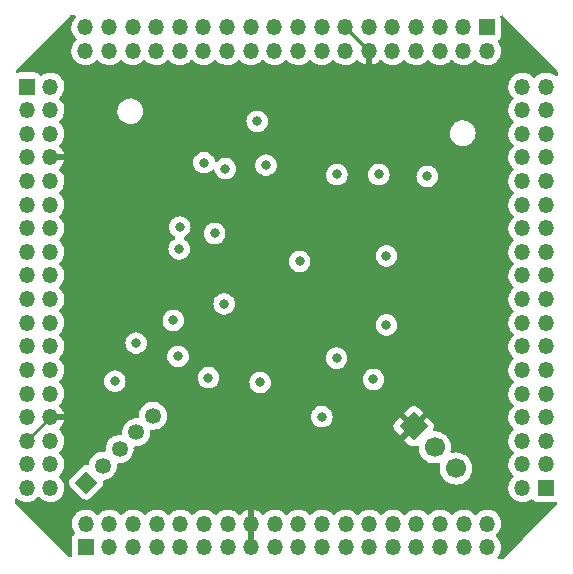
<source format=gbr>
%TF.GenerationSoftware,KiCad,Pcbnew,(5.99.0-10369-gb59bf064b4)*%
%TF.CreationDate,2021-07-27T08:06:35+02:00*%
%TF.ProjectId,stm32h7,73746d33-3268-4372-9e6b-696361645f70,rev?*%
%TF.SameCoordinates,Original*%
%TF.FileFunction,Copper,L2,Inr*%
%TF.FilePolarity,Positive*%
%FSLAX46Y46*%
G04 Gerber Fmt 4.6, Leading zero omitted, Abs format (unit mm)*
G04 Created by KiCad (PCBNEW (5.99.0-10369-gb59bf064b4)) date 2021-07-27 08:06:35*
%MOMM*%
%LPD*%
G01*
G04 APERTURE LIST*
G04 Aperture macros list*
%AMHorizOval*
0 Thick line with rounded ends*
0 $1 width*
0 $2 $3 position (X,Y) of the first rounded end (center of the circle)*
0 $4 $5 position (X,Y) of the second rounded end (center of the circle)*
0 Add line between two ends*
20,1,$1,$2,$3,$4,$5,0*
0 Add two circle primitives to create the rounded ends*
1,1,$1,$2,$3*
1,1,$1,$4,$5*%
%AMRotRect*
0 Rectangle, with rotation*
0 The origin of the aperture is its center*
0 $1 length*
0 $2 width*
0 $3 Rotation angle, in degrees counterclockwise*
0 Add horizontal line*
21,1,$1,$2,0,0,$3*%
G04 Aperture macros list end*
%TA.AperFunction,ComponentPad*%
%ADD10R,1.350000X1.350000*%
%TD*%
%TA.AperFunction,ComponentPad*%
%ADD11O,1.350000X1.350000*%
%TD*%
%TA.AperFunction,ComponentPad*%
%ADD12RotRect,1.700000X1.700000X45.000000*%
%TD*%
%TA.AperFunction,ComponentPad*%
%ADD13HorizOval,1.700000X0.000000X0.000000X0.000000X0.000000X0*%
%TD*%
%TA.AperFunction,ComponentPad*%
%ADD14RotRect,1.350000X1.350000X135.000000*%
%TD*%
%TA.AperFunction,ComponentPad*%
%ADD15HorizOval,1.350000X0.000000X0.000000X0.000000X0.000000X0*%
%TD*%
%TA.AperFunction,ViaPad*%
%ADD16C,0.800000*%
%TD*%
%TA.AperFunction,Conductor*%
%ADD17C,0.250000*%
%TD*%
G04 APERTURE END LIST*
D10*
%TO.N,73*%
%TO.C,J3*%
X57550000Y-52550000D03*
D11*
%TO.N,74*%
X55550000Y-52550000D03*
%TO.N,75*%
X57550000Y-50550000D03*
%TO.N,76*%
X55550000Y-50550000D03*
%TO.N,77*%
X57550000Y-48550000D03*
%TO.N,78*%
X55550000Y-48550000D03*
%TO.N,79*%
X57550000Y-46550000D03*
%TO.N,80*%
X55550000Y-46550000D03*
%TO.N,81*%
X57550000Y-44550000D03*
%TO.N,82*%
X55550000Y-44550000D03*
%TO.N,GND*%
X57550000Y-42550000D03*
X55550000Y-42550000D03*
%TO.N,85*%
X57550000Y-40550000D03*
%TO.N,86*%
X55550000Y-40550000D03*
%TO.N,87*%
X57550000Y-38550000D03*
%TO.N,88*%
X55550000Y-38550000D03*
%TO.N,89*%
X57550000Y-36550000D03*
%TO.N,90*%
X55550000Y-36550000D03*
%TO.N,91*%
X57550000Y-34550000D03*
%TO.N,92*%
X55550000Y-34550000D03*
%TO.N,93*%
X57550000Y-32550000D03*
%TO.N,GND*%
X55550000Y-32550000D03*
X57550000Y-30550000D03*
%TO.N,96*%
X55550000Y-30550000D03*
%TO.N,97*%
X57550000Y-28550000D03*
%TO.N,98*%
X55550000Y-28550000D03*
%TO.N,99*%
X57550000Y-26550000D03*
%TO.N,100*%
X55550000Y-26550000D03*
%TO.N,101*%
X57550000Y-24550000D03*
%TO.N,102*%
X55550000Y-24550000D03*
%TO.N,103*%
X57550000Y-22550000D03*
%TO.N,104*%
X55550000Y-22550000D03*
%TO.N,105*%
X57550000Y-20550000D03*
%TO.N,GND*%
X55550000Y-20550000D03*
X57550000Y-18550000D03*
X55550000Y-18550000D03*
%TD*%
D10*
%TO.N,37*%
%TO.C,J2*%
X18590000Y-57550000D03*
D11*
%TO.N,+3.3VA*%
X18590000Y-55550000D03*
X20590000Y-57550000D03*
%TO.N,40*%
X20590000Y-55550000D03*
%TO.N,41*%
X22590000Y-57550000D03*
%TO.N,42*%
X22590000Y-55550000D03*
%TO.N,43*%
X24590000Y-57550000D03*
%TO.N,44*%
X24590000Y-55550000D03*
%TO.N,45*%
X26590000Y-57550000D03*
%TO.N,46*%
X26590000Y-55550000D03*
%TO.N,47*%
X28590000Y-57550000D03*
%TO.N,48*%
X28590000Y-55550000D03*
%TO.N,49*%
X30590000Y-57550000D03*
%TO.N,50*%
X30590000Y-55550000D03*
%TO.N,+3V3*%
X32590000Y-57550000D03*
X32590000Y-55550000D03*
%TO.N,53*%
X34590000Y-57550000D03*
%TO.N,54*%
X34590000Y-55550000D03*
%TO.N,55*%
X36590000Y-57550000D03*
%TO.N,56*%
X36590000Y-55550000D03*
%TO.N,57*%
X38590000Y-57550000D03*
%TO.N,58*%
X38590000Y-55550000D03*
%TO.N,59*%
X40590000Y-57550000D03*
%TO.N,60*%
X40590000Y-55550000D03*
%TO.N,GND*%
X42590000Y-57550000D03*
X42590000Y-55550000D03*
%TO.N,63*%
X44590000Y-57550000D03*
%TO.N,64*%
X44590000Y-55550000D03*
%TO.N,65*%
X46590000Y-57550000D03*
%TO.N,66*%
X46590000Y-55550000D03*
%TO.N,67*%
X48590000Y-57550000D03*
%TO.N,68*%
X48590000Y-55550000D03*
%TO.N,69*%
X50590000Y-57550000D03*
%TO.N,70*%
X50590000Y-55550000D03*
%TO.N,GND*%
X52590000Y-57550000D03*
X52590000Y-55550000D03*
%TD*%
D12*
%TO.N,+3V3*%
%TO.C,SW1*%
X46350000Y-47300000D03*
D13*
%TO.N,Net-(R2-Pad1)*%
X48146051Y-49096051D03*
%TO.N,GND*%
X49942102Y-50892102D03*
%TD*%
D10*
%TO.N,109*%
%TO.C,J4*%
X52550000Y-13550000D03*
D11*
%TO.N,110*%
X52550000Y-15550000D03*
%TO.N,111*%
X50550000Y-13550000D03*
%TO.N,112*%
X50550000Y-15550000D03*
%TO.N,113*%
X48550000Y-13550000D03*
%TO.N,114*%
X48550000Y-15550000D03*
%TO.N,115*%
X46550000Y-13550000D03*
%TO.N,116*%
X46550000Y-15550000D03*
%TO.N,117*%
X44550000Y-13550000D03*
%TO.N,118*%
X44550000Y-15550000D03*
%TO.N,119*%
X42550000Y-13550000D03*
%TO.N,+3V3*%
X42550000Y-15550000D03*
X40550000Y-13550000D03*
%TO.N,122*%
X40550000Y-15550000D03*
%TO.N,123*%
X38550000Y-13550000D03*
%TO.N,124*%
X38550000Y-15550000D03*
%TO.N,125*%
X36550000Y-13550000D03*
%TO.N,126*%
X36550000Y-15550000D03*
%TO.N,127*%
X34550000Y-13550000D03*
%TO.N,128*%
X34550000Y-15550000D03*
%TO.N,129*%
X32550000Y-13550000D03*
%TO.N,GND*%
X32550000Y-15550000D03*
X30550000Y-13550000D03*
%TO.N,132*%
X30550000Y-15550000D03*
%TO.N,133*%
X28550000Y-13550000D03*
%TO.N,134*%
X28550000Y-15550000D03*
%TO.N,135*%
X26550000Y-13550000D03*
%TO.N,136*%
X26550000Y-15550000D03*
%TO.N,137*%
X24550000Y-13550000D03*
%TO.N,GND*%
X24550000Y-15550000D03*
%TO.N,139*%
X22550000Y-13550000D03*
%TO.N,140*%
X22550000Y-15550000D03*
%TO.N,141*%
X20550000Y-13550000D03*
%TO.N,142*%
X20550000Y-15550000D03*
%TO.N,+3.3VA*%
X18550000Y-13550000D03*
X18550000Y-15550000D03*
%TD*%
D14*
%TO.N,105*%
%TO.C,J5*%
X18621573Y-52078428D03*
D15*
%TO.N,109*%
X20035787Y-50664214D03*
%TO.N,133*%
X21450000Y-49250001D03*
%TO.N,110*%
X22864214Y-47835787D03*
%TO.N,134*%
X24278427Y-46421574D03*
%TD*%
D10*
%TO.N,1*%
%TO.C,J1*%
X13600000Y-18550000D03*
D11*
%TO.N,2*%
X15600000Y-18550000D03*
%TO.N,3*%
X13600000Y-20550000D03*
%TO.N,4*%
X15600000Y-20550000D03*
%TO.N,5*%
X13600000Y-22550000D03*
%TO.N,GND*%
X15600000Y-22550000D03*
%TO.N,7*%
X13600000Y-24550000D03*
%TO.N,+3V3*%
X15600000Y-24550000D03*
%TO.N,GND*%
X13600000Y-26550000D03*
%TO.N,10*%
X15600000Y-26550000D03*
%TO.N,11*%
X13600000Y-28550000D03*
%TO.N,12*%
X15600000Y-28550000D03*
%TO.N,13*%
X13600000Y-30550000D03*
%TO.N,14*%
X15600000Y-30550000D03*
%TO.N,15*%
X13600000Y-32550000D03*
%TO.N,GND*%
X15600000Y-32550000D03*
X13600000Y-34550000D03*
%TO.N,18*%
X15600000Y-34550000D03*
%TO.N,19*%
X13600000Y-36550000D03*
%TO.N,20*%
X15600000Y-36550000D03*
%TO.N,21*%
X13600000Y-38550000D03*
%TO.N,22*%
X15600000Y-38550000D03*
%TO.N,23*%
X13600000Y-40550000D03*
%TO.N,24*%
X15600000Y-40550000D03*
%TO.N,25*%
X13600000Y-42550000D03*
%TO.N,26*%
X15600000Y-42550000D03*
%TO.N,27*%
X13600000Y-44550000D03*
%TO.N,28*%
X15600000Y-44550000D03*
%TO.N,29*%
X13600000Y-46550000D03*
%TO.N,+3V3*%
X15600000Y-46550000D03*
X13600000Y-48550000D03*
%TO.N,GND*%
X15600000Y-48550000D03*
X13600000Y-50550000D03*
%TO.N,34*%
X15600000Y-50550000D03*
%TO.N,35*%
X13600000Y-52550000D03*
%TO.N,36*%
X15600000Y-52550000D03*
%TD*%
D16*
%TO.N,GND*%
X28975000Y-43200000D03*
%TO.N,/HSE_OUT*%
X29505378Y-30994622D03*
%TO.N,Net-(R2-Pad2)*%
X30400000Y-25500000D03*
%TO.N,+3V3*%
X37150000Y-25950000D03*
X27500000Y-35400000D03*
X26550000Y-28350500D03*
X41400000Y-41650000D03*
X43750000Y-46650000D03*
X44050000Y-31300000D03*
X25400000Y-23550000D03*
X33574500Y-46700000D03*
X44050000Y-37175000D03*
X26500000Y-33900000D03*
X47400000Y-24600000D03*
X27425000Y-43200000D03*
X38400000Y-43350000D03*
X32350000Y-25150000D03*
X26300000Y-39850000D03*
X27036257Y-25000000D03*
%TO.N,25*%
X26000000Y-38350000D03*
%TO.N,GND*%
X44050000Y-32900000D03*
X38574500Y-46500000D03*
X26550000Y-30450000D03*
X36700000Y-33350000D03*
X33350000Y-43600000D03*
X33850000Y-25200000D03*
X28600000Y-25000000D03*
X44050000Y-38725000D03*
X26500000Y-32300000D03*
X39850000Y-26000000D03*
X26400000Y-41400000D03*
X22850000Y-40274500D03*
X33100000Y-21500000D03*
X39825000Y-41550000D03*
X47500000Y-26150000D03*
%TO.N,+3.3VA*%
X21050000Y-43500000D03*
%TO.N,Net-(C8-Pad2)*%
X42950000Y-43350000D03*
%TO.N,Net-(C10-Pad2)*%
X43400000Y-26000000D03*
%TO.N,/HSE_IN*%
X30300000Y-36950000D03*
%TD*%
D17*
%TO.N,+3V3*%
X40550000Y-13550000D02*
X42550000Y-15550000D01*
X13600000Y-48550000D02*
X15600000Y-46550000D01*
X15600000Y-46550000D02*
X15500000Y-46550000D01*
X13600000Y-48550000D02*
X13600000Y-48450000D01*
%TO.N,25*%
X13600000Y-42550000D02*
X13600000Y-43070723D01*
X13600000Y-42550000D02*
X13650000Y-42550000D01*
%TD*%
%TA.AperFunction,Conductor*%
%TO.N,+3V3*%
G36*
X17676539Y-12528002D02*
G01*
X17723032Y-12581658D01*
X17733136Y-12651932D01*
X17703642Y-12716512D01*
X17694232Y-12725979D01*
X17692237Y-12728081D01*
X17687893Y-12731891D01*
X17553240Y-12902697D01*
X17451969Y-13095181D01*
X17387472Y-13302897D01*
X17361907Y-13518889D01*
X17376132Y-13735922D01*
X17377553Y-13741518D01*
X17377554Y-13741523D01*
X17428250Y-13941134D01*
X17429671Y-13946729D01*
X17520729Y-14144250D01*
X17646258Y-14321869D01*
X17650392Y-14325896D01*
X17789844Y-14461745D01*
X17824681Y-14523607D01*
X17820544Y-14594483D01*
X17785002Y-14646728D01*
X17687893Y-14731891D01*
X17553240Y-14902697D01*
X17550551Y-14907808D01*
X17550549Y-14907811D01*
X17499137Y-15005530D01*
X17451969Y-15095181D01*
X17387472Y-15302897D01*
X17361907Y-15518889D01*
X17376132Y-15735922D01*
X17377553Y-15741518D01*
X17377554Y-15741523D01*
X17400766Y-15832919D01*
X17429671Y-15946729D01*
X17520729Y-16144250D01*
X17646258Y-16321869D01*
X17802053Y-16473638D01*
X17806849Y-16476843D01*
X17806852Y-16476845D01*
X17889220Y-16531881D01*
X17982897Y-16594474D01*
X17988200Y-16596752D01*
X17988203Y-16596754D01*
X18066069Y-16630208D01*
X18182733Y-16680331D01*
X18394870Y-16728332D01*
X18400644Y-16728559D01*
X18400645Y-16728559D01*
X18443593Y-16730246D01*
X18612201Y-16736871D01*
X18827450Y-16705662D01*
X18832914Y-16703807D01*
X18832919Y-16703806D01*
X19027935Y-16637607D01*
X19027940Y-16637605D01*
X19033407Y-16635749D01*
X19039259Y-16632472D01*
X19113624Y-16590825D01*
X19223174Y-16529474D01*
X19228108Y-16525371D01*
X19385964Y-16394082D01*
X19390396Y-16390396D01*
X19394082Y-16385964D01*
X19394087Y-16385959D01*
X19450252Y-16318428D01*
X19509189Y-16278844D01*
X19580171Y-16277408D01*
X19642933Y-16317165D01*
X19646258Y-16321869D01*
X19802053Y-16473638D01*
X19806849Y-16476843D01*
X19806852Y-16476845D01*
X19889220Y-16531881D01*
X19982897Y-16594474D01*
X19988200Y-16596752D01*
X19988203Y-16596754D01*
X20066069Y-16630208D01*
X20182733Y-16680331D01*
X20394870Y-16728332D01*
X20400644Y-16728559D01*
X20400645Y-16728559D01*
X20443593Y-16730246D01*
X20612201Y-16736871D01*
X20827450Y-16705662D01*
X20832914Y-16703807D01*
X20832919Y-16703806D01*
X21027935Y-16637607D01*
X21027940Y-16637605D01*
X21033407Y-16635749D01*
X21039259Y-16632472D01*
X21113624Y-16590825D01*
X21223174Y-16529474D01*
X21228108Y-16525371D01*
X21385964Y-16394082D01*
X21390396Y-16390396D01*
X21394082Y-16385964D01*
X21394087Y-16385959D01*
X21450252Y-16318428D01*
X21509189Y-16278844D01*
X21580171Y-16277408D01*
X21642933Y-16317165D01*
X21646258Y-16321869D01*
X21802053Y-16473638D01*
X21806849Y-16476843D01*
X21806852Y-16476845D01*
X21889220Y-16531881D01*
X21982897Y-16594474D01*
X21988200Y-16596752D01*
X21988203Y-16596754D01*
X22066069Y-16630208D01*
X22182733Y-16680331D01*
X22394870Y-16728332D01*
X22400644Y-16728559D01*
X22400645Y-16728559D01*
X22443593Y-16730246D01*
X22612201Y-16736871D01*
X22827450Y-16705662D01*
X22832914Y-16703807D01*
X22832919Y-16703806D01*
X23027935Y-16637607D01*
X23027940Y-16637605D01*
X23033407Y-16635749D01*
X23039259Y-16632472D01*
X23113624Y-16590825D01*
X23223174Y-16529474D01*
X23228108Y-16525371D01*
X23385964Y-16394082D01*
X23390396Y-16390396D01*
X23394082Y-16385964D01*
X23394087Y-16385959D01*
X23450252Y-16318428D01*
X23509189Y-16278844D01*
X23580171Y-16277408D01*
X23642933Y-16317165D01*
X23646258Y-16321869D01*
X23802053Y-16473638D01*
X23806849Y-16476843D01*
X23806852Y-16476845D01*
X23889220Y-16531881D01*
X23982897Y-16594474D01*
X23988200Y-16596752D01*
X23988203Y-16596754D01*
X24066069Y-16630208D01*
X24182733Y-16680331D01*
X24394870Y-16728332D01*
X24400644Y-16728559D01*
X24400645Y-16728559D01*
X24443593Y-16730246D01*
X24612201Y-16736871D01*
X24827450Y-16705662D01*
X24832914Y-16703807D01*
X24832919Y-16703806D01*
X25027935Y-16637607D01*
X25027940Y-16637605D01*
X25033407Y-16635749D01*
X25039259Y-16632472D01*
X25113624Y-16590825D01*
X25223174Y-16529474D01*
X25228108Y-16525371D01*
X25385964Y-16394082D01*
X25390396Y-16390396D01*
X25394082Y-16385964D01*
X25394087Y-16385959D01*
X25450252Y-16318428D01*
X25509189Y-16278844D01*
X25580171Y-16277408D01*
X25642933Y-16317165D01*
X25646258Y-16321869D01*
X25802053Y-16473638D01*
X25806849Y-16476843D01*
X25806852Y-16476845D01*
X25889220Y-16531881D01*
X25982897Y-16594474D01*
X25988200Y-16596752D01*
X25988203Y-16596754D01*
X26066069Y-16630208D01*
X26182733Y-16680331D01*
X26394870Y-16728332D01*
X26400644Y-16728559D01*
X26400645Y-16728559D01*
X26443593Y-16730246D01*
X26612201Y-16736871D01*
X26827450Y-16705662D01*
X26832914Y-16703807D01*
X26832919Y-16703806D01*
X27027935Y-16637607D01*
X27027940Y-16637605D01*
X27033407Y-16635749D01*
X27039259Y-16632472D01*
X27113624Y-16590825D01*
X27223174Y-16529474D01*
X27228108Y-16525371D01*
X27385964Y-16394082D01*
X27390396Y-16390396D01*
X27394082Y-16385964D01*
X27394087Y-16385959D01*
X27450252Y-16318428D01*
X27509189Y-16278844D01*
X27580171Y-16277408D01*
X27642933Y-16317165D01*
X27646258Y-16321869D01*
X27802053Y-16473638D01*
X27806849Y-16476843D01*
X27806852Y-16476845D01*
X27889220Y-16531881D01*
X27982897Y-16594474D01*
X27988200Y-16596752D01*
X27988203Y-16596754D01*
X28066069Y-16630208D01*
X28182733Y-16680331D01*
X28394870Y-16728332D01*
X28400644Y-16728559D01*
X28400645Y-16728559D01*
X28443593Y-16730246D01*
X28612201Y-16736871D01*
X28827450Y-16705662D01*
X28832914Y-16703807D01*
X28832919Y-16703806D01*
X29027935Y-16637607D01*
X29027940Y-16637605D01*
X29033407Y-16635749D01*
X29039259Y-16632472D01*
X29113624Y-16590825D01*
X29223174Y-16529474D01*
X29228108Y-16525371D01*
X29385964Y-16394082D01*
X29390396Y-16390396D01*
X29394082Y-16385964D01*
X29394087Y-16385959D01*
X29450252Y-16318428D01*
X29509189Y-16278844D01*
X29580171Y-16277408D01*
X29642933Y-16317165D01*
X29646258Y-16321869D01*
X29802053Y-16473638D01*
X29806849Y-16476843D01*
X29806852Y-16476845D01*
X29889220Y-16531881D01*
X29982897Y-16594474D01*
X29988200Y-16596752D01*
X29988203Y-16596754D01*
X30066069Y-16630208D01*
X30182733Y-16680331D01*
X30394870Y-16728332D01*
X30400644Y-16728559D01*
X30400645Y-16728559D01*
X30443593Y-16730246D01*
X30612201Y-16736871D01*
X30827450Y-16705662D01*
X30832914Y-16703807D01*
X30832919Y-16703806D01*
X31027935Y-16637607D01*
X31027940Y-16637605D01*
X31033407Y-16635749D01*
X31039259Y-16632472D01*
X31113624Y-16590825D01*
X31223174Y-16529474D01*
X31228108Y-16525371D01*
X31385964Y-16394082D01*
X31390396Y-16390396D01*
X31394082Y-16385964D01*
X31394087Y-16385959D01*
X31450252Y-16318428D01*
X31509189Y-16278844D01*
X31580171Y-16277408D01*
X31642933Y-16317165D01*
X31646258Y-16321869D01*
X31802053Y-16473638D01*
X31806849Y-16476843D01*
X31806852Y-16476845D01*
X31889220Y-16531881D01*
X31982897Y-16594474D01*
X31988200Y-16596752D01*
X31988203Y-16596754D01*
X32066069Y-16630208D01*
X32182733Y-16680331D01*
X32394870Y-16728332D01*
X32400644Y-16728559D01*
X32400645Y-16728559D01*
X32443593Y-16730246D01*
X32612201Y-16736871D01*
X32827450Y-16705662D01*
X32832914Y-16703807D01*
X32832919Y-16703806D01*
X33027935Y-16637607D01*
X33027940Y-16637605D01*
X33033407Y-16635749D01*
X33039259Y-16632472D01*
X33113624Y-16590825D01*
X33223174Y-16529474D01*
X33228108Y-16525371D01*
X33385964Y-16394082D01*
X33390396Y-16390396D01*
X33394082Y-16385964D01*
X33394087Y-16385959D01*
X33450252Y-16318428D01*
X33509189Y-16278844D01*
X33580171Y-16277408D01*
X33642933Y-16317165D01*
X33646258Y-16321869D01*
X33802053Y-16473638D01*
X33806849Y-16476843D01*
X33806852Y-16476845D01*
X33889220Y-16531881D01*
X33982897Y-16594474D01*
X33988200Y-16596752D01*
X33988203Y-16596754D01*
X34066069Y-16630208D01*
X34182733Y-16680331D01*
X34394870Y-16728332D01*
X34400644Y-16728559D01*
X34400645Y-16728559D01*
X34443593Y-16730246D01*
X34612201Y-16736871D01*
X34827450Y-16705662D01*
X34832914Y-16703807D01*
X34832919Y-16703806D01*
X35027935Y-16637607D01*
X35027940Y-16637605D01*
X35033407Y-16635749D01*
X35039259Y-16632472D01*
X35113624Y-16590825D01*
X35223174Y-16529474D01*
X35228108Y-16525371D01*
X35385964Y-16394082D01*
X35390396Y-16390396D01*
X35394082Y-16385964D01*
X35394087Y-16385959D01*
X35450252Y-16318428D01*
X35509189Y-16278844D01*
X35580171Y-16277408D01*
X35642933Y-16317165D01*
X35646258Y-16321869D01*
X35802053Y-16473638D01*
X35806849Y-16476843D01*
X35806852Y-16476845D01*
X35889220Y-16531881D01*
X35982897Y-16594474D01*
X35988200Y-16596752D01*
X35988203Y-16596754D01*
X36066069Y-16630208D01*
X36182733Y-16680331D01*
X36394870Y-16728332D01*
X36400644Y-16728559D01*
X36400645Y-16728559D01*
X36443593Y-16730246D01*
X36612201Y-16736871D01*
X36827450Y-16705662D01*
X36832914Y-16703807D01*
X36832919Y-16703806D01*
X37027935Y-16637607D01*
X37027940Y-16637605D01*
X37033407Y-16635749D01*
X37039259Y-16632472D01*
X37113624Y-16590825D01*
X37223174Y-16529474D01*
X37228108Y-16525371D01*
X37385964Y-16394082D01*
X37390396Y-16390396D01*
X37394082Y-16385964D01*
X37394087Y-16385959D01*
X37450252Y-16318428D01*
X37509189Y-16278844D01*
X37580171Y-16277408D01*
X37642933Y-16317165D01*
X37646258Y-16321869D01*
X37802053Y-16473638D01*
X37806849Y-16476843D01*
X37806852Y-16476845D01*
X37889220Y-16531881D01*
X37982897Y-16594474D01*
X37988200Y-16596752D01*
X37988203Y-16596754D01*
X38066069Y-16630208D01*
X38182733Y-16680331D01*
X38394870Y-16728332D01*
X38400644Y-16728559D01*
X38400645Y-16728559D01*
X38443593Y-16730246D01*
X38612201Y-16736871D01*
X38827450Y-16705662D01*
X38832914Y-16703807D01*
X38832919Y-16703806D01*
X39027935Y-16637607D01*
X39027940Y-16637605D01*
X39033407Y-16635749D01*
X39039259Y-16632472D01*
X39113624Y-16590825D01*
X39223174Y-16529474D01*
X39228108Y-16525371D01*
X39385964Y-16394082D01*
X39390396Y-16390396D01*
X39394082Y-16385964D01*
X39394087Y-16385959D01*
X39450252Y-16318428D01*
X39509189Y-16278844D01*
X39580171Y-16277408D01*
X39642933Y-16317165D01*
X39646258Y-16321869D01*
X39802053Y-16473638D01*
X39806849Y-16476843D01*
X39806852Y-16476845D01*
X39889220Y-16531881D01*
X39982897Y-16594474D01*
X39988200Y-16596752D01*
X39988203Y-16596754D01*
X40066069Y-16630208D01*
X40182733Y-16680331D01*
X40394870Y-16728332D01*
X40400644Y-16728559D01*
X40400645Y-16728559D01*
X40443593Y-16730246D01*
X40612201Y-16736871D01*
X40827450Y-16705662D01*
X40832914Y-16703807D01*
X40832919Y-16703806D01*
X41027935Y-16637607D01*
X41027940Y-16637605D01*
X41033407Y-16635749D01*
X41039259Y-16632472D01*
X41113624Y-16590825D01*
X41223174Y-16529474D01*
X41228108Y-16525371D01*
X41385964Y-16394082D01*
X41390396Y-16390396D01*
X41394082Y-16385964D01*
X41394087Y-16385959D01*
X41450576Y-16318038D01*
X41509513Y-16278454D01*
X41580495Y-16277017D01*
X41643262Y-16316777D01*
X41650777Y-16325576D01*
X41798233Y-16469222D01*
X41807167Y-16476456D01*
X41978331Y-16590825D01*
X41988444Y-16596316D01*
X42177578Y-16677574D01*
X42188527Y-16681131D01*
X42278331Y-16701451D01*
X42292405Y-16700562D01*
X42296000Y-16691163D01*
X42296000Y-15422000D01*
X42316002Y-15353879D01*
X42369658Y-15307386D01*
X42422000Y-15296000D01*
X42678000Y-15296000D01*
X42746121Y-15316002D01*
X42792614Y-15369658D01*
X42804000Y-15422000D01*
X42804000Y-16690443D01*
X42807966Y-16703949D01*
X42821877Y-16705941D01*
X42832810Y-16703316D01*
X43027735Y-16637148D01*
X43038238Y-16632472D01*
X43217857Y-16531881D01*
X43227329Y-16525371D01*
X43385605Y-16393734D01*
X43393734Y-16385605D01*
X43449924Y-16318044D01*
X43508861Y-16278460D01*
X43579844Y-16277024D01*
X43642611Y-16316785D01*
X43642924Y-16317152D01*
X43646258Y-16321869D01*
X43650389Y-16325893D01*
X43650393Y-16325898D01*
X43797520Y-16469222D01*
X43802053Y-16473638D01*
X43806849Y-16476843D01*
X43806852Y-16476845D01*
X43889220Y-16531881D01*
X43982897Y-16594474D01*
X43988200Y-16596752D01*
X43988203Y-16596754D01*
X44066069Y-16630208D01*
X44182733Y-16680331D01*
X44394870Y-16728332D01*
X44400644Y-16728559D01*
X44400645Y-16728559D01*
X44443593Y-16730246D01*
X44612201Y-16736871D01*
X44827450Y-16705662D01*
X44832914Y-16703807D01*
X44832919Y-16703806D01*
X45027935Y-16637607D01*
X45027940Y-16637605D01*
X45033407Y-16635749D01*
X45039259Y-16632472D01*
X45113624Y-16590825D01*
X45223174Y-16529474D01*
X45228108Y-16525371D01*
X45385964Y-16394082D01*
X45390396Y-16390396D01*
X45394082Y-16385964D01*
X45394087Y-16385959D01*
X45450252Y-16318428D01*
X45509189Y-16278844D01*
X45580171Y-16277408D01*
X45642933Y-16317165D01*
X45646258Y-16321869D01*
X45802053Y-16473638D01*
X45806849Y-16476843D01*
X45806852Y-16476845D01*
X45889220Y-16531881D01*
X45982897Y-16594474D01*
X45988200Y-16596752D01*
X45988203Y-16596754D01*
X46066069Y-16630208D01*
X46182733Y-16680331D01*
X46394870Y-16728332D01*
X46400644Y-16728559D01*
X46400645Y-16728559D01*
X46443593Y-16730246D01*
X46612201Y-16736871D01*
X46827450Y-16705662D01*
X46832914Y-16703807D01*
X46832919Y-16703806D01*
X47027935Y-16637607D01*
X47027940Y-16637605D01*
X47033407Y-16635749D01*
X47039259Y-16632472D01*
X47113624Y-16590825D01*
X47223174Y-16529474D01*
X47228108Y-16525371D01*
X47385964Y-16394082D01*
X47390396Y-16390396D01*
X47394082Y-16385964D01*
X47394087Y-16385959D01*
X47450252Y-16318428D01*
X47509189Y-16278844D01*
X47580171Y-16277408D01*
X47642933Y-16317165D01*
X47646258Y-16321869D01*
X47802053Y-16473638D01*
X47806849Y-16476843D01*
X47806852Y-16476845D01*
X47889220Y-16531881D01*
X47982897Y-16594474D01*
X47988200Y-16596752D01*
X47988203Y-16596754D01*
X48066069Y-16630208D01*
X48182733Y-16680331D01*
X48394870Y-16728332D01*
X48400644Y-16728559D01*
X48400645Y-16728559D01*
X48443593Y-16730246D01*
X48612201Y-16736871D01*
X48827450Y-16705662D01*
X48832914Y-16703807D01*
X48832919Y-16703806D01*
X49027935Y-16637607D01*
X49027940Y-16637605D01*
X49033407Y-16635749D01*
X49039259Y-16632472D01*
X49113624Y-16590825D01*
X49223174Y-16529474D01*
X49228108Y-16525371D01*
X49385964Y-16394082D01*
X49390396Y-16390396D01*
X49394082Y-16385964D01*
X49394087Y-16385959D01*
X49450252Y-16318428D01*
X49509189Y-16278844D01*
X49580171Y-16277408D01*
X49642933Y-16317165D01*
X49646258Y-16321869D01*
X49802053Y-16473638D01*
X49806849Y-16476843D01*
X49806852Y-16476845D01*
X49889220Y-16531881D01*
X49982897Y-16594474D01*
X49988200Y-16596752D01*
X49988203Y-16596754D01*
X50066069Y-16630208D01*
X50182733Y-16680331D01*
X50394870Y-16728332D01*
X50400644Y-16728559D01*
X50400645Y-16728559D01*
X50443593Y-16730246D01*
X50612201Y-16736871D01*
X50827450Y-16705662D01*
X50832914Y-16703807D01*
X50832919Y-16703806D01*
X51027935Y-16637607D01*
X51027940Y-16637605D01*
X51033407Y-16635749D01*
X51039259Y-16632472D01*
X51113624Y-16590825D01*
X51223174Y-16529474D01*
X51228108Y-16525371D01*
X51385964Y-16394082D01*
X51390396Y-16390396D01*
X51394082Y-16385964D01*
X51394087Y-16385959D01*
X51450252Y-16318428D01*
X51509189Y-16278844D01*
X51580171Y-16277408D01*
X51642933Y-16317165D01*
X51646258Y-16321869D01*
X51802053Y-16473638D01*
X51806849Y-16476843D01*
X51806852Y-16476845D01*
X51889220Y-16531881D01*
X51982897Y-16594474D01*
X51988200Y-16596752D01*
X51988203Y-16596754D01*
X52066069Y-16630208D01*
X52182733Y-16680331D01*
X52394870Y-16728332D01*
X52400644Y-16728559D01*
X52400645Y-16728559D01*
X52443593Y-16730246D01*
X52612201Y-16736871D01*
X52827450Y-16705662D01*
X52832914Y-16703807D01*
X52832919Y-16703806D01*
X53027935Y-16637607D01*
X53027940Y-16637605D01*
X53033407Y-16635749D01*
X53039259Y-16632472D01*
X53113624Y-16590825D01*
X53223174Y-16529474D01*
X53228108Y-16525371D01*
X53385964Y-16394082D01*
X53390396Y-16390396D01*
X53444039Y-16325898D01*
X53525780Y-16227616D01*
X53525782Y-16227613D01*
X53529474Y-16223174D01*
X53635749Y-16033407D01*
X53637605Y-16027940D01*
X53637607Y-16027935D01*
X53703806Y-15832919D01*
X53703807Y-15832914D01*
X53705662Y-15827450D01*
X53736871Y-15612201D01*
X53738500Y-15550000D01*
X53718598Y-15333413D01*
X53708047Y-15296000D01*
X53661129Y-15129644D01*
X53659560Y-15124080D01*
X53642786Y-15090065D01*
X53565918Y-14934190D01*
X53565915Y-14934186D01*
X53563363Y-14929010D01*
X53484146Y-14822925D01*
X53459414Y-14756376D01*
X53474588Y-14687020D01*
X53516984Y-14641539D01*
X53553688Y-14617951D01*
X53553691Y-14617948D01*
X53561271Y-14613077D01*
X53589536Y-14580458D01*
X53651082Y-14509431D01*
X53651084Y-14509428D01*
X53656984Y-14502619D01*
X53660728Y-14494421D01*
X53713958Y-14377864D01*
X53713958Y-14377863D01*
X53717700Y-14369670D01*
X53718982Y-14360754D01*
X53737861Y-14229448D01*
X53737862Y-14229441D01*
X53738500Y-14225000D01*
X53738500Y-12875000D01*
X53733273Y-12801921D01*
X53694390Y-12669497D01*
X53694390Y-12598502D01*
X53732773Y-12538776D01*
X53797354Y-12509283D01*
X53815286Y-12508000D01*
X53833666Y-12508000D01*
X53901787Y-12528002D01*
X53923648Y-12545800D01*
X56238887Y-14907811D01*
X58487628Y-17201980D01*
X58505982Y-17220705D01*
X58539382Y-17283354D01*
X58542000Y-17308905D01*
X58542000Y-17567226D01*
X58521998Y-17635347D01*
X58468342Y-17681840D01*
X58398068Y-17691944D01*
X58330471Y-17659751D01*
X58277754Y-17611020D01*
X58277752Y-17611018D01*
X58273513Y-17607100D01*
X58089568Y-17491039D01*
X57887552Y-17410443D01*
X57881892Y-17409317D01*
X57881888Y-17409316D01*
X57679899Y-17369138D01*
X57679896Y-17369138D01*
X57674232Y-17368011D01*
X57668457Y-17367935D01*
X57668453Y-17367935D01*
X57559341Y-17366507D01*
X57456751Y-17365164D01*
X57451054Y-17366143D01*
X57451053Y-17366143D01*
X57335247Y-17386042D01*
X57242394Y-17401997D01*
X57038338Y-17477277D01*
X56851417Y-17588483D01*
X56825719Y-17611020D01*
X56692238Y-17728080D01*
X56692235Y-17728083D01*
X56687893Y-17731891D01*
X56666237Y-17759362D01*
X56650007Y-17779949D01*
X56592126Y-17821062D01*
X56521205Y-17824356D01*
X56459763Y-17788784D01*
X56450108Y-17777343D01*
X56433228Y-17754738D01*
X56428992Y-17750822D01*
X56277754Y-17611020D01*
X56277752Y-17611018D01*
X56273513Y-17607100D01*
X56089568Y-17491039D01*
X55887552Y-17410443D01*
X55881892Y-17409317D01*
X55881888Y-17409316D01*
X55679899Y-17369138D01*
X55679896Y-17369138D01*
X55674232Y-17368011D01*
X55668457Y-17367935D01*
X55668453Y-17367935D01*
X55559341Y-17366507D01*
X55456751Y-17365164D01*
X55451054Y-17366143D01*
X55451053Y-17366143D01*
X55335247Y-17386042D01*
X55242394Y-17401997D01*
X55038338Y-17477277D01*
X54851417Y-17588483D01*
X54825719Y-17611020D01*
X54692238Y-17728080D01*
X54692235Y-17728083D01*
X54687893Y-17731891D01*
X54553240Y-17902697D01*
X54550551Y-17907808D01*
X54550549Y-17907811D01*
X54499137Y-18005530D01*
X54451969Y-18095181D01*
X54387472Y-18302897D01*
X54361907Y-18518889D01*
X54376132Y-18735922D01*
X54377553Y-18741518D01*
X54377554Y-18741523D01*
X54400766Y-18832919D01*
X54429671Y-18946729D01*
X54520729Y-19144250D01*
X54646258Y-19321869D01*
X54650392Y-19325896D01*
X54789844Y-19461745D01*
X54824681Y-19523607D01*
X54820544Y-19594483D01*
X54785002Y-19646728D01*
X54687893Y-19731891D01*
X54553240Y-19902697D01*
X54550551Y-19907808D01*
X54550549Y-19907811D01*
X54517449Y-19970725D01*
X54451969Y-20095181D01*
X54387472Y-20302897D01*
X54361907Y-20518889D01*
X54376132Y-20735922D01*
X54377553Y-20741518D01*
X54377554Y-20741523D01*
X54409490Y-20867268D01*
X54429671Y-20946729D01*
X54520729Y-21144250D01*
X54646258Y-21321869D01*
X54650392Y-21325896D01*
X54789844Y-21461745D01*
X54824681Y-21523607D01*
X54820544Y-21594483D01*
X54785002Y-21646728D01*
X54687893Y-21731891D01*
X54553240Y-21902697D01*
X54550551Y-21907808D01*
X54550549Y-21907811D01*
X54505306Y-21993805D01*
X54451969Y-22095181D01*
X54387472Y-22302897D01*
X54361907Y-22518889D01*
X54376132Y-22735922D01*
X54377553Y-22741518D01*
X54377554Y-22741523D01*
X54400766Y-22832919D01*
X54429671Y-22946729D01*
X54520729Y-23144250D01*
X54646258Y-23321869D01*
X54650392Y-23325896D01*
X54789844Y-23461745D01*
X54824681Y-23523607D01*
X54820544Y-23594483D01*
X54785002Y-23646728D01*
X54687893Y-23731891D01*
X54553240Y-23902697D01*
X54550551Y-23907808D01*
X54550549Y-23907811D01*
X54539396Y-23929010D01*
X54451969Y-24095181D01*
X54387472Y-24302897D01*
X54361907Y-24518889D01*
X54376132Y-24735922D01*
X54377553Y-24741518D01*
X54377554Y-24741523D01*
X54417711Y-24899639D01*
X54429671Y-24946729D01*
X54432088Y-24951972D01*
X54515955Y-25133895D01*
X54520729Y-25144250D01*
X54646258Y-25321869D01*
X54650392Y-25325896D01*
X54789844Y-25461745D01*
X54824681Y-25523607D01*
X54820544Y-25594483D01*
X54785002Y-25646728D01*
X54687893Y-25731891D01*
X54553240Y-25902697D01*
X54550551Y-25907808D01*
X54550549Y-25907811D01*
X54526356Y-25953794D01*
X54451969Y-26095181D01*
X54387472Y-26302897D01*
X54361907Y-26518889D01*
X54376132Y-26735922D01*
X54377553Y-26741518D01*
X54377554Y-26741523D01*
X54400766Y-26832919D01*
X54429671Y-26946729D01*
X54520729Y-27144250D01*
X54646258Y-27321869D01*
X54650392Y-27325896D01*
X54789844Y-27461745D01*
X54824681Y-27523607D01*
X54820544Y-27594483D01*
X54785002Y-27646728D01*
X54687893Y-27731891D01*
X54553240Y-27902697D01*
X54550551Y-27907808D01*
X54550549Y-27907811D01*
X54499137Y-28005530D01*
X54451969Y-28095181D01*
X54387472Y-28302897D01*
X54361907Y-28518889D01*
X54376132Y-28735922D01*
X54377553Y-28741518D01*
X54377554Y-28741523D01*
X54400766Y-28832919D01*
X54429671Y-28946729D01*
X54520729Y-29144250D01*
X54646258Y-29321869D01*
X54650392Y-29325896D01*
X54789844Y-29461745D01*
X54824681Y-29523607D01*
X54820544Y-29594483D01*
X54785002Y-29646728D01*
X54687893Y-29731891D01*
X54553240Y-29902697D01*
X54550551Y-29907808D01*
X54550549Y-29907811D01*
X54499137Y-30005530D01*
X54451969Y-30095181D01*
X54387472Y-30302897D01*
X54361907Y-30518889D01*
X54376132Y-30735922D01*
X54377553Y-30741518D01*
X54377554Y-30741523D01*
X54400766Y-30832919D01*
X54429671Y-30946729D01*
X54432088Y-30951972D01*
X54515426Y-31132746D01*
X54520729Y-31144250D01*
X54646258Y-31321869D01*
X54650392Y-31325896D01*
X54789844Y-31461745D01*
X54824681Y-31523607D01*
X54820544Y-31594483D01*
X54785002Y-31646728D01*
X54687893Y-31731891D01*
X54553240Y-31902697D01*
X54550551Y-31907808D01*
X54550549Y-31907811D01*
X54536386Y-31934731D01*
X54451969Y-32095181D01*
X54387472Y-32302897D01*
X54361907Y-32518889D01*
X54376132Y-32735922D01*
X54377553Y-32741518D01*
X54377554Y-32741523D01*
X54416136Y-32893435D01*
X54429671Y-32946729D01*
X54432088Y-32951972D01*
X54518311Y-33139005D01*
X54520729Y-33144250D01*
X54646258Y-33321869D01*
X54650392Y-33325896D01*
X54789844Y-33461745D01*
X54824681Y-33523607D01*
X54820544Y-33594483D01*
X54785002Y-33646728D01*
X54687893Y-33731891D01*
X54553240Y-33902697D01*
X54550551Y-33907808D01*
X54550549Y-33907811D01*
X54499137Y-34005530D01*
X54451969Y-34095181D01*
X54387472Y-34302897D01*
X54361907Y-34518889D01*
X54376132Y-34735922D01*
X54377553Y-34741518D01*
X54377554Y-34741523D01*
X54400766Y-34832919D01*
X54429671Y-34946729D01*
X54520729Y-35144250D01*
X54646258Y-35321869D01*
X54650392Y-35325896D01*
X54789844Y-35461745D01*
X54824681Y-35523607D01*
X54820544Y-35594483D01*
X54785002Y-35646728D01*
X54687893Y-35731891D01*
X54553240Y-35902697D01*
X54550551Y-35907808D01*
X54550549Y-35907811D01*
X54499137Y-36005530D01*
X54451969Y-36095181D01*
X54387472Y-36302897D01*
X54361907Y-36518889D01*
X54376132Y-36735922D01*
X54377553Y-36741518D01*
X54377554Y-36741523D01*
X54400766Y-36832919D01*
X54429671Y-36946729D01*
X54520729Y-37144250D01*
X54646258Y-37321869D01*
X54685909Y-37360495D01*
X54789844Y-37461745D01*
X54824681Y-37523607D01*
X54820544Y-37594483D01*
X54785002Y-37646728D01*
X54687893Y-37731891D01*
X54553240Y-37902697D01*
X54550551Y-37907808D01*
X54550549Y-37907811D01*
X54516397Y-37972723D01*
X54451969Y-38095181D01*
X54387472Y-38302897D01*
X54361907Y-38518889D01*
X54376132Y-38735922D01*
X54377553Y-38741518D01*
X54377554Y-38741523D01*
X54414487Y-38886942D01*
X54429671Y-38946729D01*
X54432088Y-38951972D01*
X54498741Y-39096554D01*
X54520729Y-39144250D01*
X54646258Y-39321869D01*
X54650392Y-39325896D01*
X54789844Y-39461745D01*
X54824681Y-39523607D01*
X54820544Y-39594483D01*
X54785002Y-39646728D01*
X54687893Y-39731891D01*
X54553240Y-39902697D01*
X54550551Y-39907808D01*
X54550549Y-39907811D01*
X54499137Y-40005530D01*
X54451969Y-40095181D01*
X54387472Y-40302897D01*
X54361907Y-40518889D01*
X54376132Y-40735922D01*
X54377553Y-40741518D01*
X54377554Y-40741523D01*
X54409873Y-40868776D01*
X54429671Y-40946729D01*
X54520729Y-41144250D01*
X54646258Y-41321869D01*
X54650392Y-41325896D01*
X54789844Y-41461745D01*
X54824681Y-41523607D01*
X54820544Y-41594483D01*
X54785002Y-41646728D01*
X54687893Y-41731891D01*
X54553240Y-41902697D01*
X54550551Y-41907808D01*
X54550549Y-41907811D01*
X54499137Y-42005530D01*
X54451969Y-42095181D01*
X54387472Y-42302897D01*
X54361907Y-42518889D01*
X54376132Y-42735922D01*
X54377553Y-42741518D01*
X54377554Y-42741523D01*
X54422185Y-42917254D01*
X54429671Y-42946729D01*
X54520729Y-43144250D01*
X54646258Y-43321869D01*
X54650392Y-43325896D01*
X54789844Y-43461745D01*
X54824681Y-43523607D01*
X54820544Y-43594483D01*
X54785002Y-43646728D01*
X54687893Y-43731891D01*
X54553240Y-43902697D01*
X54550551Y-43907808D01*
X54550549Y-43907811D01*
X54520319Y-43965269D01*
X54451969Y-44095181D01*
X54387472Y-44302897D01*
X54361907Y-44518889D01*
X54376132Y-44735922D01*
X54377553Y-44741518D01*
X54377554Y-44741523D01*
X54400766Y-44832919D01*
X54429671Y-44946729D01*
X54520729Y-45144250D01*
X54646258Y-45321869D01*
X54650392Y-45325896D01*
X54789844Y-45461745D01*
X54824681Y-45523607D01*
X54820544Y-45594483D01*
X54785002Y-45646728D01*
X54687893Y-45731891D01*
X54553240Y-45902697D01*
X54550551Y-45907808D01*
X54550549Y-45907811D01*
X54539396Y-45929010D01*
X54451969Y-46095181D01*
X54387472Y-46302897D01*
X54361907Y-46518889D01*
X54376132Y-46735922D01*
X54377553Y-46741518D01*
X54377554Y-46741523D01*
X54426858Y-46935653D01*
X54429671Y-46946729D01*
X54432088Y-46951972D01*
X54483082Y-47062587D01*
X54520729Y-47144250D01*
X54646258Y-47321869D01*
X54650392Y-47325896D01*
X54789844Y-47461745D01*
X54824681Y-47523607D01*
X54820544Y-47594483D01*
X54785002Y-47646728D01*
X54687893Y-47731891D01*
X54553240Y-47902697D01*
X54550551Y-47907808D01*
X54550549Y-47907811D01*
X54499137Y-48005530D01*
X54451969Y-48095181D01*
X54387472Y-48302897D01*
X54361907Y-48518889D01*
X54376132Y-48735922D01*
X54377553Y-48741518D01*
X54377554Y-48741523D01*
X54421865Y-48915994D01*
X54429671Y-48946729D01*
X54520729Y-49144250D01*
X54646258Y-49321869D01*
X54650392Y-49325896D01*
X54789844Y-49461745D01*
X54824681Y-49523607D01*
X54820544Y-49594483D01*
X54785002Y-49646728D01*
X54687893Y-49731891D01*
X54553240Y-49902697D01*
X54550551Y-49907808D01*
X54550549Y-49907811D01*
X54499137Y-50005530D01*
X54451969Y-50095181D01*
X54387472Y-50302897D01*
X54361907Y-50518889D01*
X54376132Y-50735922D01*
X54377553Y-50741518D01*
X54377554Y-50741523D01*
X54415797Y-50892102D01*
X54429671Y-50946729D01*
X54432088Y-50951972D01*
X54467107Y-51027935D01*
X54520729Y-51144250D01*
X54646258Y-51321869D01*
X54650392Y-51325896D01*
X54789844Y-51461745D01*
X54824681Y-51523607D01*
X54820544Y-51594483D01*
X54785002Y-51646728D01*
X54687893Y-51731891D01*
X54553240Y-51902697D01*
X54550551Y-51907808D01*
X54550549Y-51907811D01*
X54515415Y-51974591D01*
X54451969Y-52095181D01*
X54387472Y-52302897D01*
X54361907Y-52518889D01*
X54376132Y-52735922D01*
X54377553Y-52741518D01*
X54377554Y-52741523D01*
X54400766Y-52832919D01*
X54429671Y-52946729D01*
X54520729Y-53144250D01*
X54646258Y-53321869D01*
X54650392Y-53325896D01*
X54794643Y-53466419D01*
X54802053Y-53473638D01*
X54806849Y-53476843D01*
X54806852Y-53476845D01*
X54908212Y-53544571D01*
X54982897Y-53594474D01*
X54988200Y-53596752D01*
X54988203Y-53596754D01*
X55055023Y-53625462D01*
X55182733Y-53680331D01*
X55394870Y-53728332D01*
X55400644Y-53728559D01*
X55400645Y-53728559D01*
X55443593Y-53730246D01*
X55612201Y-53736871D01*
X55827450Y-53705662D01*
X55832914Y-53703807D01*
X55832919Y-53703806D01*
X56027935Y-53637607D01*
X56027940Y-53637605D01*
X56033407Y-53635749D01*
X56223174Y-53529474D01*
X56227622Y-53525775D01*
X56272196Y-53488703D01*
X56337360Y-53460521D01*
X56407415Y-53472044D01*
X56458764Y-53517455D01*
X56482051Y-53553691D01*
X56482053Y-53553694D01*
X56486923Y-53561271D01*
X56493733Y-53567172D01*
X56590569Y-53651082D01*
X56590572Y-53651084D01*
X56597381Y-53656984D01*
X56605579Y-53660728D01*
X56705784Y-53706490D01*
X56730330Y-53717700D01*
X56739245Y-53718982D01*
X56739246Y-53718982D01*
X56870552Y-53737861D01*
X56870559Y-53737862D01*
X56875000Y-53738500D01*
X58225000Y-53738500D01*
X58298079Y-53733273D01*
X58327068Y-53724761D01*
X58398062Y-53724760D01*
X58457789Y-53763143D01*
X58487282Y-53827724D01*
X58477179Y-53897998D01*
X58452556Y-53933848D01*
X55574586Y-56870552D01*
X54077621Y-58398068D01*
X53973620Y-58504191D01*
X53911654Y-58538844D01*
X53883629Y-58542000D01*
X53572985Y-58542000D01*
X53504864Y-58521998D01*
X53458371Y-58468342D01*
X53448267Y-58398068D01*
X53476111Y-58335430D01*
X53565780Y-58227616D01*
X53565782Y-58227613D01*
X53569474Y-58223174D01*
X53675749Y-58033407D01*
X53677605Y-58027940D01*
X53677607Y-58027935D01*
X53743806Y-57832919D01*
X53743807Y-57832914D01*
X53745662Y-57827450D01*
X53776871Y-57612201D01*
X53778500Y-57550000D01*
X53758598Y-57333413D01*
X53699560Y-57124080D01*
X53685309Y-57095181D01*
X53605918Y-56934190D01*
X53605915Y-56934186D01*
X53603363Y-56929010D01*
X53522755Y-56821062D01*
X53476681Y-56759362D01*
X53476679Y-56759360D01*
X53473228Y-56754738D01*
X53468991Y-56750821D01*
X53468987Y-56750817D01*
X53350973Y-56641727D01*
X53314527Y-56580799D01*
X53316807Y-56509839D01*
X53355932Y-56452328D01*
X53425959Y-56394087D01*
X53425964Y-56394082D01*
X53430396Y-56390396D01*
X53521946Y-56280320D01*
X53565780Y-56227616D01*
X53565782Y-56227613D01*
X53569474Y-56223174D01*
X53675749Y-56033407D01*
X53677605Y-56027940D01*
X53677607Y-56027935D01*
X53743806Y-55832919D01*
X53743807Y-55832914D01*
X53745662Y-55827450D01*
X53776871Y-55612201D01*
X53778500Y-55550000D01*
X53758598Y-55333413D01*
X53699560Y-55124080D01*
X53682786Y-55090065D01*
X53605918Y-54934190D01*
X53605915Y-54934186D01*
X53603363Y-54929010D01*
X53522755Y-54821062D01*
X53476681Y-54759362D01*
X53476679Y-54759360D01*
X53473228Y-54754738D01*
X53453798Y-54736777D01*
X53317754Y-54611020D01*
X53317752Y-54611018D01*
X53313513Y-54607100D01*
X53129568Y-54491039D01*
X52927552Y-54410443D01*
X52921892Y-54409317D01*
X52921888Y-54409316D01*
X52719899Y-54369138D01*
X52719896Y-54369138D01*
X52714232Y-54368011D01*
X52708457Y-54367935D01*
X52708453Y-54367935D01*
X52599341Y-54366507D01*
X52496751Y-54365164D01*
X52491054Y-54366143D01*
X52491053Y-54366143D01*
X52288091Y-54401018D01*
X52282394Y-54401997D01*
X52078338Y-54477277D01*
X51891417Y-54588483D01*
X51887074Y-54592292D01*
X51732238Y-54728080D01*
X51732235Y-54728083D01*
X51727893Y-54731891D01*
X51706238Y-54759360D01*
X51690007Y-54779949D01*
X51632126Y-54821062D01*
X51561205Y-54824356D01*
X51499763Y-54788784D01*
X51490108Y-54777343D01*
X51473228Y-54754738D01*
X51453798Y-54736777D01*
X51317754Y-54611020D01*
X51317752Y-54611018D01*
X51313513Y-54607100D01*
X51129568Y-54491039D01*
X50927552Y-54410443D01*
X50921892Y-54409317D01*
X50921888Y-54409316D01*
X50719899Y-54369138D01*
X50719896Y-54369138D01*
X50714232Y-54368011D01*
X50708457Y-54367935D01*
X50708453Y-54367935D01*
X50599341Y-54366507D01*
X50496751Y-54365164D01*
X50491054Y-54366143D01*
X50491053Y-54366143D01*
X50288091Y-54401018D01*
X50282394Y-54401997D01*
X50078338Y-54477277D01*
X49891417Y-54588483D01*
X49887074Y-54592292D01*
X49732238Y-54728080D01*
X49732235Y-54728083D01*
X49727893Y-54731891D01*
X49706238Y-54759360D01*
X49690007Y-54779949D01*
X49632126Y-54821062D01*
X49561205Y-54824356D01*
X49499763Y-54788784D01*
X49490108Y-54777343D01*
X49473228Y-54754738D01*
X49453798Y-54736777D01*
X49317754Y-54611020D01*
X49317752Y-54611018D01*
X49313513Y-54607100D01*
X49129568Y-54491039D01*
X48927552Y-54410443D01*
X48921892Y-54409317D01*
X48921888Y-54409316D01*
X48719899Y-54369138D01*
X48719896Y-54369138D01*
X48714232Y-54368011D01*
X48708457Y-54367935D01*
X48708453Y-54367935D01*
X48599341Y-54366507D01*
X48496751Y-54365164D01*
X48491054Y-54366143D01*
X48491053Y-54366143D01*
X48288091Y-54401018D01*
X48282394Y-54401997D01*
X48078338Y-54477277D01*
X47891417Y-54588483D01*
X47887074Y-54592292D01*
X47732238Y-54728080D01*
X47732235Y-54728083D01*
X47727893Y-54731891D01*
X47706238Y-54759360D01*
X47690007Y-54779949D01*
X47632126Y-54821062D01*
X47561205Y-54824356D01*
X47499763Y-54788784D01*
X47490108Y-54777343D01*
X47473228Y-54754738D01*
X47453798Y-54736777D01*
X47317754Y-54611020D01*
X47317752Y-54611018D01*
X47313513Y-54607100D01*
X47129568Y-54491039D01*
X46927552Y-54410443D01*
X46921892Y-54409317D01*
X46921888Y-54409316D01*
X46719899Y-54369138D01*
X46719896Y-54369138D01*
X46714232Y-54368011D01*
X46708457Y-54367935D01*
X46708453Y-54367935D01*
X46599341Y-54366507D01*
X46496751Y-54365164D01*
X46491054Y-54366143D01*
X46491053Y-54366143D01*
X46288091Y-54401018D01*
X46282394Y-54401997D01*
X46078338Y-54477277D01*
X45891417Y-54588483D01*
X45887074Y-54592292D01*
X45732238Y-54728080D01*
X45732235Y-54728083D01*
X45727893Y-54731891D01*
X45706238Y-54759360D01*
X45690007Y-54779949D01*
X45632126Y-54821062D01*
X45561205Y-54824356D01*
X45499763Y-54788784D01*
X45490108Y-54777343D01*
X45473228Y-54754738D01*
X45453798Y-54736777D01*
X45317754Y-54611020D01*
X45317752Y-54611018D01*
X45313513Y-54607100D01*
X45129568Y-54491039D01*
X44927552Y-54410443D01*
X44921892Y-54409317D01*
X44921888Y-54409316D01*
X44719899Y-54369138D01*
X44719896Y-54369138D01*
X44714232Y-54368011D01*
X44708457Y-54367935D01*
X44708453Y-54367935D01*
X44599341Y-54366507D01*
X44496751Y-54365164D01*
X44491054Y-54366143D01*
X44491053Y-54366143D01*
X44288091Y-54401018D01*
X44282394Y-54401997D01*
X44078338Y-54477277D01*
X43891417Y-54588483D01*
X43887074Y-54592292D01*
X43732238Y-54728080D01*
X43732235Y-54728083D01*
X43727893Y-54731891D01*
X43706238Y-54759360D01*
X43690007Y-54779949D01*
X43632126Y-54821062D01*
X43561205Y-54824356D01*
X43499763Y-54788784D01*
X43490108Y-54777343D01*
X43473228Y-54754738D01*
X43453798Y-54736777D01*
X43317754Y-54611020D01*
X43317752Y-54611018D01*
X43313513Y-54607100D01*
X43129568Y-54491039D01*
X42927552Y-54410443D01*
X42921892Y-54409317D01*
X42921888Y-54409316D01*
X42719899Y-54369138D01*
X42719896Y-54369138D01*
X42714232Y-54368011D01*
X42708457Y-54367935D01*
X42708453Y-54367935D01*
X42599341Y-54366507D01*
X42496751Y-54365164D01*
X42491054Y-54366143D01*
X42491053Y-54366143D01*
X42288091Y-54401018D01*
X42282394Y-54401997D01*
X42078338Y-54477277D01*
X41891417Y-54588483D01*
X41887074Y-54592292D01*
X41732238Y-54728080D01*
X41732235Y-54728083D01*
X41727893Y-54731891D01*
X41706238Y-54759360D01*
X41690007Y-54779949D01*
X41632126Y-54821062D01*
X41561205Y-54824356D01*
X41499763Y-54788784D01*
X41490108Y-54777343D01*
X41473228Y-54754738D01*
X41453798Y-54736777D01*
X41317754Y-54611020D01*
X41317752Y-54611018D01*
X41313513Y-54607100D01*
X41129568Y-54491039D01*
X40927552Y-54410443D01*
X40921892Y-54409317D01*
X40921888Y-54409316D01*
X40719899Y-54369138D01*
X40719896Y-54369138D01*
X40714232Y-54368011D01*
X40708457Y-54367935D01*
X40708453Y-54367935D01*
X40599341Y-54366507D01*
X40496751Y-54365164D01*
X40491054Y-54366143D01*
X40491053Y-54366143D01*
X40288091Y-54401018D01*
X40282394Y-54401997D01*
X40078338Y-54477277D01*
X39891417Y-54588483D01*
X39887074Y-54592292D01*
X39732238Y-54728080D01*
X39732235Y-54728083D01*
X39727893Y-54731891D01*
X39706238Y-54759360D01*
X39690007Y-54779949D01*
X39632126Y-54821062D01*
X39561205Y-54824356D01*
X39499763Y-54788784D01*
X39490108Y-54777343D01*
X39473228Y-54754738D01*
X39453798Y-54736777D01*
X39317754Y-54611020D01*
X39317752Y-54611018D01*
X39313513Y-54607100D01*
X39129568Y-54491039D01*
X38927552Y-54410443D01*
X38921892Y-54409317D01*
X38921888Y-54409316D01*
X38719899Y-54369138D01*
X38719896Y-54369138D01*
X38714232Y-54368011D01*
X38708457Y-54367935D01*
X38708453Y-54367935D01*
X38599341Y-54366507D01*
X38496751Y-54365164D01*
X38491054Y-54366143D01*
X38491053Y-54366143D01*
X38288091Y-54401018D01*
X38282394Y-54401997D01*
X38078338Y-54477277D01*
X37891417Y-54588483D01*
X37887074Y-54592292D01*
X37732238Y-54728080D01*
X37732235Y-54728083D01*
X37727893Y-54731891D01*
X37706238Y-54759360D01*
X37690007Y-54779949D01*
X37632126Y-54821062D01*
X37561205Y-54824356D01*
X37499763Y-54788784D01*
X37490108Y-54777343D01*
X37473228Y-54754738D01*
X37453798Y-54736777D01*
X37317754Y-54611020D01*
X37317752Y-54611018D01*
X37313513Y-54607100D01*
X37129568Y-54491039D01*
X36927552Y-54410443D01*
X36921892Y-54409317D01*
X36921888Y-54409316D01*
X36719899Y-54369138D01*
X36719896Y-54369138D01*
X36714232Y-54368011D01*
X36708457Y-54367935D01*
X36708453Y-54367935D01*
X36599341Y-54366507D01*
X36496751Y-54365164D01*
X36491054Y-54366143D01*
X36491053Y-54366143D01*
X36288091Y-54401018D01*
X36282394Y-54401997D01*
X36078338Y-54477277D01*
X35891417Y-54588483D01*
X35887074Y-54592292D01*
X35732238Y-54728080D01*
X35732235Y-54728083D01*
X35727893Y-54731891D01*
X35706238Y-54759360D01*
X35690007Y-54779949D01*
X35632126Y-54821062D01*
X35561205Y-54824356D01*
X35499763Y-54788784D01*
X35490108Y-54777343D01*
X35473228Y-54754738D01*
X35453798Y-54736777D01*
X35317754Y-54611020D01*
X35317752Y-54611018D01*
X35313513Y-54607100D01*
X35129568Y-54491039D01*
X34927552Y-54410443D01*
X34921892Y-54409317D01*
X34921888Y-54409316D01*
X34719899Y-54369138D01*
X34719896Y-54369138D01*
X34714232Y-54368011D01*
X34708457Y-54367935D01*
X34708453Y-54367935D01*
X34599341Y-54366507D01*
X34496751Y-54365164D01*
X34491054Y-54366143D01*
X34491053Y-54366143D01*
X34288091Y-54401018D01*
X34282394Y-54401997D01*
X34078338Y-54477277D01*
X33891417Y-54588483D01*
X33887074Y-54592292D01*
X33732238Y-54728080D01*
X33732235Y-54728083D01*
X33727893Y-54731891D01*
X33706237Y-54759362D01*
X33689688Y-54780354D01*
X33631807Y-54821467D01*
X33560887Y-54824761D01*
X33499444Y-54789190D01*
X33489780Y-54777737D01*
X33476313Y-54759703D01*
X33468611Y-54751149D01*
X33317454Y-54611420D01*
X33308322Y-54604412D01*
X33134224Y-54494565D01*
X33123977Y-54489344D01*
X32932774Y-54413062D01*
X32921747Y-54409795D01*
X32861770Y-54397866D01*
X32848894Y-54399018D01*
X32844000Y-54414171D01*
X32844000Y-57678000D01*
X32823998Y-57746121D01*
X32770342Y-57792614D01*
X32718000Y-57804000D01*
X32462000Y-57804000D01*
X32393879Y-57783998D01*
X32347386Y-57730342D01*
X32336000Y-57678000D01*
X32336000Y-54411406D01*
X32332194Y-54398444D01*
X32317278Y-54396508D01*
X32288220Y-54401501D01*
X32277100Y-54404481D01*
X32083969Y-54475731D01*
X32073591Y-54480681D01*
X31896679Y-54585932D01*
X31887367Y-54592698D01*
X31732596Y-54728428D01*
X31724673Y-54736777D01*
X31690314Y-54780361D01*
X31632433Y-54821474D01*
X31561513Y-54824768D01*
X31500071Y-54789196D01*
X31490412Y-54777750D01*
X31473228Y-54754738D01*
X31453798Y-54736777D01*
X31317754Y-54611020D01*
X31317752Y-54611018D01*
X31313513Y-54607100D01*
X31129568Y-54491039D01*
X30927552Y-54410443D01*
X30921892Y-54409317D01*
X30921888Y-54409316D01*
X30719899Y-54369138D01*
X30719896Y-54369138D01*
X30714232Y-54368011D01*
X30708457Y-54367935D01*
X30708453Y-54367935D01*
X30599341Y-54366507D01*
X30496751Y-54365164D01*
X30491054Y-54366143D01*
X30491053Y-54366143D01*
X30288091Y-54401018D01*
X30282394Y-54401997D01*
X30078338Y-54477277D01*
X29891417Y-54588483D01*
X29887074Y-54592292D01*
X29732238Y-54728080D01*
X29732235Y-54728083D01*
X29727893Y-54731891D01*
X29706238Y-54759360D01*
X29690007Y-54779949D01*
X29632126Y-54821062D01*
X29561205Y-54824356D01*
X29499763Y-54788784D01*
X29490108Y-54777343D01*
X29473228Y-54754738D01*
X29453798Y-54736777D01*
X29317754Y-54611020D01*
X29317752Y-54611018D01*
X29313513Y-54607100D01*
X29129568Y-54491039D01*
X28927552Y-54410443D01*
X28921892Y-54409317D01*
X28921888Y-54409316D01*
X28719899Y-54369138D01*
X28719896Y-54369138D01*
X28714232Y-54368011D01*
X28708457Y-54367935D01*
X28708453Y-54367935D01*
X28599341Y-54366507D01*
X28496751Y-54365164D01*
X28491054Y-54366143D01*
X28491053Y-54366143D01*
X28288091Y-54401018D01*
X28282394Y-54401997D01*
X28078338Y-54477277D01*
X27891417Y-54588483D01*
X27887074Y-54592292D01*
X27732238Y-54728080D01*
X27732235Y-54728083D01*
X27727893Y-54731891D01*
X27706238Y-54759360D01*
X27690007Y-54779949D01*
X27632126Y-54821062D01*
X27561205Y-54824356D01*
X27499763Y-54788784D01*
X27490108Y-54777343D01*
X27473228Y-54754738D01*
X27453798Y-54736777D01*
X27317754Y-54611020D01*
X27317752Y-54611018D01*
X27313513Y-54607100D01*
X27129568Y-54491039D01*
X26927552Y-54410443D01*
X26921892Y-54409317D01*
X26921888Y-54409316D01*
X26719899Y-54369138D01*
X26719896Y-54369138D01*
X26714232Y-54368011D01*
X26708457Y-54367935D01*
X26708453Y-54367935D01*
X26599341Y-54366507D01*
X26496751Y-54365164D01*
X26491054Y-54366143D01*
X26491053Y-54366143D01*
X26288091Y-54401018D01*
X26282394Y-54401997D01*
X26078338Y-54477277D01*
X25891417Y-54588483D01*
X25887074Y-54592292D01*
X25732238Y-54728080D01*
X25732235Y-54728083D01*
X25727893Y-54731891D01*
X25706238Y-54759360D01*
X25690007Y-54779949D01*
X25632126Y-54821062D01*
X25561205Y-54824356D01*
X25499763Y-54788784D01*
X25490108Y-54777343D01*
X25473228Y-54754738D01*
X25453798Y-54736777D01*
X25317754Y-54611020D01*
X25317752Y-54611018D01*
X25313513Y-54607100D01*
X25129568Y-54491039D01*
X24927552Y-54410443D01*
X24921892Y-54409317D01*
X24921888Y-54409316D01*
X24719899Y-54369138D01*
X24719896Y-54369138D01*
X24714232Y-54368011D01*
X24708457Y-54367935D01*
X24708453Y-54367935D01*
X24599341Y-54366507D01*
X24496751Y-54365164D01*
X24491054Y-54366143D01*
X24491053Y-54366143D01*
X24288091Y-54401018D01*
X24282394Y-54401997D01*
X24078338Y-54477277D01*
X23891417Y-54588483D01*
X23887074Y-54592292D01*
X23732238Y-54728080D01*
X23732235Y-54728083D01*
X23727893Y-54731891D01*
X23706238Y-54759360D01*
X23690007Y-54779949D01*
X23632126Y-54821062D01*
X23561205Y-54824356D01*
X23499763Y-54788784D01*
X23490108Y-54777343D01*
X23473228Y-54754738D01*
X23453798Y-54736777D01*
X23317754Y-54611020D01*
X23317752Y-54611018D01*
X23313513Y-54607100D01*
X23129568Y-54491039D01*
X22927552Y-54410443D01*
X22921892Y-54409317D01*
X22921888Y-54409316D01*
X22719899Y-54369138D01*
X22719896Y-54369138D01*
X22714232Y-54368011D01*
X22708457Y-54367935D01*
X22708453Y-54367935D01*
X22599341Y-54366507D01*
X22496751Y-54365164D01*
X22491054Y-54366143D01*
X22491053Y-54366143D01*
X22288091Y-54401018D01*
X22282394Y-54401997D01*
X22078338Y-54477277D01*
X21891417Y-54588483D01*
X21887074Y-54592292D01*
X21732238Y-54728080D01*
X21732235Y-54728083D01*
X21727893Y-54731891D01*
X21706238Y-54759360D01*
X21690007Y-54779949D01*
X21632126Y-54821062D01*
X21561205Y-54824356D01*
X21499763Y-54788784D01*
X21490108Y-54777343D01*
X21473228Y-54754738D01*
X21453798Y-54736777D01*
X21317754Y-54611020D01*
X21317752Y-54611018D01*
X21313513Y-54607100D01*
X21129568Y-54491039D01*
X20927552Y-54410443D01*
X20921892Y-54409317D01*
X20921888Y-54409316D01*
X20719899Y-54369138D01*
X20719896Y-54369138D01*
X20714232Y-54368011D01*
X20708457Y-54367935D01*
X20708453Y-54367935D01*
X20599341Y-54366507D01*
X20496751Y-54365164D01*
X20491054Y-54366143D01*
X20491053Y-54366143D01*
X20288091Y-54401018D01*
X20282394Y-54401997D01*
X20078338Y-54477277D01*
X19891417Y-54588483D01*
X19887074Y-54592292D01*
X19732238Y-54728080D01*
X19732235Y-54728083D01*
X19727893Y-54731891D01*
X19706238Y-54759360D01*
X19690007Y-54779949D01*
X19632126Y-54821062D01*
X19561205Y-54824356D01*
X19499763Y-54788784D01*
X19490108Y-54777343D01*
X19473228Y-54754738D01*
X19453798Y-54736777D01*
X19317754Y-54611020D01*
X19317752Y-54611018D01*
X19313513Y-54607100D01*
X19129568Y-54491039D01*
X18927552Y-54410443D01*
X18921892Y-54409317D01*
X18921888Y-54409316D01*
X18719899Y-54369138D01*
X18719896Y-54369138D01*
X18714232Y-54368011D01*
X18708457Y-54367935D01*
X18708453Y-54367935D01*
X18599341Y-54366507D01*
X18496751Y-54365164D01*
X18491054Y-54366143D01*
X18491053Y-54366143D01*
X18288091Y-54401018D01*
X18282394Y-54401997D01*
X18078338Y-54477277D01*
X17891417Y-54588483D01*
X17887074Y-54592292D01*
X17732238Y-54728080D01*
X17732235Y-54728083D01*
X17727893Y-54731891D01*
X17593240Y-54902697D01*
X17590551Y-54907808D01*
X17590549Y-54907811D01*
X17539137Y-55005530D01*
X17491969Y-55095181D01*
X17427472Y-55302897D01*
X17401907Y-55518889D01*
X17416132Y-55735922D01*
X17417553Y-55741518D01*
X17417554Y-55741523D01*
X17440766Y-55832919D01*
X17469671Y-55946729D01*
X17560729Y-56144250D01*
X17564062Y-56148966D01*
X17656894Y-56280320D01*
X17679875Y-56347494D01*
X17662891Y-56416429D01*
X17622119Y-56459037D01*
X17586311Y-56482050D01*
X17578729Y-56486923D01*
X17572828Y-56493733D01*
X17488918Y-56590569D01*
X17488916Y-56590572D01*
X17483016Y-56597381D01*
X17479272Y-56605579D01*
X17460479Y-56646731D01*
X17422300Y-56730330D01*
X17421018Y-56739245D01*
X17421018Y-56739246D01*
X17402139Y-56870552D01*
X17402138Y-56870559D01*
X17401500Y-56875000D01*
X17401500Y-58225000D01*
X17401661Y-58227248D01*
X17405226Y-58277090D01*
X17390135Y-58346465D01*
X17339933Y-58396667D01*
X17270559Y-58411759D01*
X17204039Y-58386949D01*
X17190896Y-58375618D01*
X17161452Y-58346465D01*
X14081876Y-55297380D01*
X12645349Y-53875076D01*
X12611014Y-53812933D01*
X12608000Y-53785538D01*
X12608000Y-53534540D01*
X12628002Y-53466419D01*
X12681658Y-53419926D01*
X12751932Y-53409822D01*
X12816512Y-53439316D01*
X12821921Y-53444285D01*
X12847919Y-53469611D01*
X12852053Y-53473638D01*
X12856849Y-53476843D01*
X12856852Y-53476845D01*
X12958212Y-53544571D01*
X13032897Y-53594474D01*
X13038200Y-53596752D01*
X13038203Y-53596754D01*
X13105023Y-53625462D01*
X13232733Y-53680331D01*
X13444870Y-53728332D01*
X13450644Y-53728559D01*
X13450645Y-53728559D01*
X13493593Y-53730246D01*
X13662201Y-53736871D01*
X13877450Y-53705662D01*
X13882914Y-53703807D01*
X13882919Y-53703806D01*
X14077935Y-53637607D01*
X14077940Y-53637605D01*
X14083407Y-53635749D01*
X14273174Y-53529474D01*
X14287626Y-53517455D01*
X14417039Y-53409822D01*
X14440396Y-53390396D01*
X14444082Y-53385964D01*
X14444087Y-53385959D01*
X14500252Y-53318428D01*
X14559189Y-53278844D01*
X14630171Y-53277408D01*
X14692933Y-53317165D01*
X14696258Y-53321869D01*
X14700400Y-53325904D01*
X14844643Y-53466419D01*
X14852053Y-53473638D01*
X14856849Y-53476843D01*
X14856852Y-53476845D01*
X14958212Y-53544571D01*
X15032897Y-53594474D01*
X15038200Y-53596752D01*
X15038203Y-53596754D01*
X15105023Y-53625462D01*
X15232733Y-53680331D01*
X15444870Y-53728332D01*
X15450644Y-53728559D01*
X15450645Y-53728559D01*
X15493593Y-53730246D01*
X15662201Y-53736871D01*
X15877450Y-53705662D01*
X15882914Y-53703807D01*
X15882919Y-53703806D01*
X16077935Y-53637607D01*
X16077940Y-53637605D01*
X16083407Y-53635749D01*
X16273174Y-53529474D01*
X16287626Y-53517455D01*
X16417039Y-53409822D01*
X16440396Y-53390396D01*
X16494034Y-53325904D01*
X16575780Y-53227616D01*
X16575782Y-53227613D01*
X16579474Y-53223174D01*
X16685749Y-53033407D01*
X16687605Y-53027940D01*
X16687607Y-53027935D01*
X16753806Y-52832919D01*
X16753807Y-52832914D01*
X16755662Y-52827450D01*
X16786871Y-52612201D01*
X16788500Y-52550000D01*
X16768598Y-52333413D01*
X16766091Y-52324522D01*
X16721530Y-52166522D01*
X16709560Y-52124080D01*
X16668982Y-52041795D01*
X17154787Y-52041795D01*
X17165214Y-52187580D01*
X17216291Y-52324522D01*
X17221690Y-52331734D01*
X17221691Y-52331736D01*
X17227256Y-52339170D01*
X17303880Y-52441527D01*
X18258474Y-53396121D01*
X18313844Y-53444100D01*
X18442123Y-53514146D01*
X18450930Y-53516062D01*
X18450933Y-53516063D01*
X18576130Y-53543298D01*
X18576133Y-53543298D01*
X18584940Y-53545214D01*
X18593931Y-53544571D01*
X18721736Y-53535430D01*
X18721737Y-53535430D01*
X18730725Y-53534787D01*
X18867667Y-53483710D01*
X18916259Y-53447335D01*
X18981068Y-53398819D01*
X18981069Y-53398818D01*
X18984672Y-53396121D01*
X19939266Y-52441527D01*
X19987245Y-52386157D01*
X20057291Y-52257878D01*
X20059208Y-52249068D01*
X20086443Y-52123871D01*
X20086443Y-52123868D01*
X20088359Y-52115061D01*
X20078130Y-51972047D01*
X20093221Y-51902674D01*
X20143423Y-51852472D01*
X20185729Y-51838363D01*
X20236039Y-51831069D01*
X20307522Y-51820705D01*
X20307526Y-51820704D01*
X20313237Y-51819876D01*
X20318701Y-51818021D01*
X20318706Y-51818020D01*
X20513722Y-51751821D01*
X20513727Y-51751819D01*
X20519194Y-51749963D01*
X20543363Y-51736428D01*
X20639409Y-51682639D01*
X20708961Y-51643688D01*
X20715809Y-51637993D01*
X20871751Y-51508296D01*
X20876183Y-51504610D01*
X20933991Y-51435104D01*
X21011567Y-51341830D01*
X21011569Y-51341827D01*
X21015261Y-51337388D01*
X21079902Y-51221963D01*
X21118712Y-51152664D01*
X21118713Y-51152662D01*
X21121536Y-51147621D01*
X21123392Y-51142154D01*
X21123394Y-51142149D01*
X21189593Y-50947133D01*
X21189594Y-50947128D01*
X21191449Y-50941664D01*
X21222658Y-50726415D01*
X21224287Y-50664214D01*
X21215425Y-50567768D01*
X21229110Y-50498103D01*
X21278286Y-50446895D01*
X21345843Y-50430336D01*
X21411082Y-50432899D01*
X21512201Y-50436872D01*
X21727450Y-50405663D01*
X21732914Y-50403808D01*
X21732919Y-50403807D01*
X21927935Y-50337608D01*
X21927940Y-50337606D01*
X21933407Y-50335750D01*
X21947516Y-50327849D01*
X22009410Y-50293186D01*
X22123174Y-50229475D01*
X22147318Y-50209395D01*
X22285964Y-50094083D01*
X22290396Y-50090397D01*
X22351514Y-50016911D01*
X22425780Y-49927617D01*
X22425782Y-49927614D01*
X22429474Y-49923175D01*
X22509685Y-49779949D01*
X22532925Y-49738451D01*
X22532926Y-49738449D01*
X22535749Y-49733408D01*
X22537605Y-49727941D01*
X22537607Y-49727936D01*
X22603806Y-49532920D01*
X22603807Y-49532915D01*
X22605662Y-49527451D01*
X22636871Y-49312202D01*
X22638500Y-49250001D01*
X22629638Y-49153554D01*
X22643323Y-49083889D01*
X22692499Y-49032681D01*
X22760056Y-49016122D01*
X22830900Y-49018905D01*
X22926415Y-49022658D01*
X23141664Y-48991449D01*
X23147128Y-48989594D01*
X23147133Y-48989593D01*
X23342149Y-48923394D01*
X23342154Y-48923392D01*
X23347621Y-48921536D01*
X23371183Y-48908341D01*
X23525826Y-48821736D01*
X23537388Y-48815261D01*
X23561531Y-48795182D01*
X23700178Y-48679869D01*
X23704610Y-48676183D01*
X23769501Y-48598161D01*
X23839994Y-48513403D01*
X23839996Y-48513400D01*
X23843688Y-48508961D01*
X23879775Y-48444524D01*
X45571016Y-48444524D01*
X45571147Y-48446357D01*
X45575398Y-48452972D01*
X45985653Y-48863227D01*
X45988958Y-48866304D01*
X46037471Y-48908341D01*
X46048494Y-48915994D01*
X46162814Y-48978417D01*
X46179536Y-48984654D01*
X46304593Y-49011859D01*
X46322394Y-49013132D01*
X46450055Y-49004001D01*
X46467491Y-49000208D01*
X46587411Y-48955481D01*
X46601341Y-48947874D01*
X46670715Y-48932783D01*
X46737235Y-48957594D01*
X46779782Y-49014429D01*
X46787720Y-49059669D01*
X46786389Y-49198284D01*
X46823053Y-49425912D01*
X46897545Y-49644107D01*
X46900095Y-49648794D01*
X46900096Y-49648796D01*
X46943155Y-49727936D01*
X47007736Y-49846631D01*
X47150475Y-50027695D01*
X47203590Y-50075604D01*
X47317710Y-50178540D01*
X47317716Y-50178545D01*
X47321680Y-50182120D01*
X47326193Y-50184979D01*
X47326195Y-50184980D01*
X47364742Y-50209395D01*
X47516457Y-50305490D01*
X47729235Y-50394279D01*
X47734438Y-50395476D01*
X47734443Y-50395477D01*
X47948729Y-50444752D01*
X47948734Y-50444753D01*
X47953932Y-50445948D01*
X47959260Y-50446251D01*
X47959263Y-50446251D01*
X48115344Y-50455114D01*
X48184122Y-50459019D01*
X48189429Y-50458419D01*
X48189431Y-50458419D01*
X48313693Y-50444371D01*
X48413224Y-50433119D01*
X48418341Y-50431637D01*
X48418347Y-50431636D01*
X48462028Y-50418987D01*
X48533024Y-50419252D01*
X48592606Y-50457859D01*
X48621858Y-50522549D01*
X48621063Y-50562436D01*
X48601613Y-50669998D01*
X48584653Y-50763785D01*
X48583566Y-50877048D01*
X48582847Y-50951972D01*
X48582440Y-50994335D01*
X48619104Y-51221963D01*
X48693596Y-51440158D01*
X48696146Y-51444845D01*
X48696147Y-51444847D01*
X48705341Y-51461745D01*
X48803787Y-51642682D01*
X48946526Y-51823746D01*
X48999641Y-51871655D01*
X49113761Y-51974591D01*
X49113767Y-51974596D01*
X49117731Y-51978171D01*
X49122244Y-51981030D01*
X49122246Y-51981031D01*
X49215119Y-52039856D01*
X49312508Y-52101541D01*
X49525286Y-52190330D01*
X49530489Y-52191527D01*
X49530494Y-52191528D01*
X49744780Y-52240803D01*
X49744785Y-52240804D01*
X49749983Y-52241999D01*
X49755311Y-52242302D01*
X49755314Y-52242302D01*
X49911395Y-52251165D01*
X49980173Y-52255070D01*
X49985480Y-52254470D01*
X49985482Y-52254470D01*
X50106374Y-52240803D01*
X50209275Y-52229170D01*
X50214390Y-52227689D01*
X50214394Y-52227688D01*
X50301002Y-52202608D01*
X50430737Y-52165039D01*
X50638227Y-52064511D01*
X50642565Y-52061411D01*
X50642570Y-52061408D01*
X50821472Y-51933561D01*
X50825813Y-51930459D01*
X50937276Y-51818020D01*
X50984379Y-51770505D01*
X50984380Y-51770504D01*
X50988132Y-51766719D01*
X50999287Y-51750817D01*
X51117477Y-51582338D01*
X51117478Y-51582336D01*
X51120541Y-51577970D01*
X51219255Y-51369610D01*
X51281451Y-51147596D01*
X51282347Y-51139005D01*
X51301839Y-50951972D01*
X51305351Y-50918278D01*
X51305602Y-50892102D01*
X51305352Y-50889154D01*
X51286560Y-50667678D01*
X51286559Y-50667674D01*
X51286109Y-50662367D01*
X51275858Y-50622869D01*
X51229528Y-50444371D01*
X51228186Y-50439200D01*
X51215751Y-50411594D01*
X51135680Y-50233845D01*
X51135679Y-50233843D01*
X51133490Y-50228984D01*
X51004729Y-50037728D01*
X50998570Y-50031271D01*
X50875916Y-49902697D01*
X50845584Y-49870901D01*
X50660606Y-49733273D01*
X50655855Y-49730857D01*
X50655851Y-49730855D01*
X50459842Y-49631199D01*
X50459841Y-49631199D01*
X50455084Y-49628780D01*
X50317668Y-49586111D01*
X50239997Y-49561993D01*
X50239991Y-49561992D01*
X50234894Y-49560409D01*
X50129900Y-49546493D01*
X50011617Y-49530816D01*
X50011612Y-49530816D01*
X50006332Y-49530116D01*
X50001002Y-49530316D01*
X50001001Y-49530316D01*
X49891133Y-49534440D01*
X49775933Y-49538765D01*
X49727456Y-49548937D01*
X49614748Y-49572585D01*
X49543972Y-49566998D01*
X49487451Y-49524033D01*
X49463132Y-49457331D01*
X49467545Y-49415280D01*
X49474516Y-49390396D01*
X49485400Y-49351545D01*
X49489118Y-49315876D01*
X49498316Y-49227616D01*
X49509300Y-49122227D01*
X49509551Y-49096051D01*
X49504174Y-49032681D01*
X49490509Y-48871627D01*
X49490508Y-48871623D01*
X49490058Y-48866316D01*
X49479971Y-48827450D01*
X49433477Y-48648320D01*
X49432135Y-48643149D01*
X49411870Y-48598161D01*
X49339629Y-48437794D01*
X49339628Y-48437792D01*
X49337439Y-48432933D01*
X49334173Y-48428081D01*
X49266692Y-48327849D01*
X49208678Y-48241677D01*
X49150061Y-48180230D01*
X49091552Y-48118897D01*
X49049533Y-48074850D01*
X49040343Y-48068012D01*
X48868837Y-47940408D01*
X48868838Y-47940408D01*
X48864555Y-47937222D01*
X48859804Y-47934806D01*
X48859800Y-47934804D01*
X48663791Y-47835148D01*
X48663790Y-47835148D01*
X48659033Y-47832729D01*
X48518815Y-47789190D01*
X48443946Y-47765942D01*
X48443940Y-47765941D01*
X48438843Y-47764358D01*
X48333849Y-47750442D01*
X48215566Y-47734765D01*
X48215561Y-47734765D01*
X48210281Y-47734065D01*
X48204951Y-47734265D01*
X48204950Y-47734265D01*
X48108566Y-47737883D01*
X48039743Y-47720451D01*
X47991270Y-47668577D01*
X47978538Y-47598731D01*
X47993252Y-47551587D01*
X48028417Y-47487186D01*
X48034654Y-47470464D01*
X48061859Y-47345407D01*
X48063132Y-47327606D01*
X48054001Y-47199945D01*
X48050208Y-47182509D01*
X48005480Y-47062587D01*
X47996931Y-47046931D01*
X47917525Y-46940857D01*
X47911643Y-46934069D01*
X47506204Y-46528630D01*
X47492260Y-46521016D01*
X47490427Y-46521147D01*
X47483812Y-46525398D01*
X45578630Y-48430580D01*
X45571016Y-48444524D01*
X23879775Y-48444524D01*
X23949963Y-48319194D01*
X23951819Y-48313727D01*
X23951821Y-48313722D01*
X24018020Y-48118706D01*
X24018021Y-48118701D01*
X24019876Y-48113237D01*
X24051085Y-47897988D01*
X24052714Y-47835787D01*
X24046296Y-47765942D01*
X24043852Y-47739341D01*
X24057537Y-47669676D01*
X24106713Y-47618468D01*
X24174270Y-47601909D01*
X24239509Y-47604472D01*
X24340628Y-47608445D01*
X24555877Y-47577236D01*
X24561341Y-47575381D01*
X24561346Y-47575380D01*
X24756362Y-47509181D01*
X24756367Y-47509179D01*
X24761834Y-47507323D01*
X24951601Y-47401048D01*
X24960402Y-47393729D01*
X25114391Y-47265656D01*
X25118823Y-47261970D01*
X25181970Y-47186045D01*
X25254207Y-47099190D01*
X25254209Y-47099187D01*
X25257901Y-47094748D01*
X25343929Y-46941134D01*
X25361352Y-46910024D01*
X25361353Y-46910022D01*
X25364176Y-46904981D01*
X25366032Y-46899514D01*
X25366034Y-46899509D01*
X25432233Y-46704493D01*
X25432234Y-46704488D01*
X25434089Y-46699024D01*
X25462946Y-46500000D01*
X37661000Y-46500000D01*
X37680962Y-46689927D01*
X37683002Y-46696205D01*
X37683002Y-46696206D01*
X37704076Y-46761066D01*
X37739976Y-46871554D01*
X37835463Y-47036942D01*
X37963249Y-47178863D01*
X37968591Y-47182744D01*
X37968593Y-47182746D01*
X38112408Y-47287233D01*
X38117750Y-47291114D01*
X38123778Y-47293798D01*
X38123780Y-47293799D01*
X38286182Y-47366105D01*
X38292213Y-47368790D01*
X38372986Y-47385959D01*
X38472556Y-47407124D01*
X38472561Y-47407124D01*
X38479013Y-47408496D01*
X38669987Y-47408496D01*
X38676439Y-47407124D01*
X38676444Y-47407124D01*
X38776014Y-47385959D01*
X38856787Y-47368790D01*
X38862818Y-47366105D01*
X39025220Y-47293799D01*
X39025222Y-47293798D01*
X39031250Y-47291114D01*
X39036592Y-47287233D01*
X39057019Y-47272392D01*
X44636868Y-47272392D01*
X44645999Y-47400055D01*
X44649792Y-47417491D01*
X44694520Y-47537413D01*
X44703069Y-47553069D01*
X44782475Y-47659143D01*
X44788357Y-47665931D01*
X45193796Y-48071370D01*
X45207740Y-48078984D01*
X45209573Y-48078853D01*
X45216188Y-48074602D01*
X45977978Y-47312812D01*
X45985592Y-47298868D01*
X45985461Y-47297035D01*
X45981210Y-47290420D01*
X45219420Y-46528630D01*
X45205476Y-46521016D01*
X45203643Y-46521147D01*
X45197028Y-46525398D01*
X44786773Y-46935653D01*
X44783696Y-46938958D01*
X44741659Y-46987471D01*
X44734006Y-46998494D01*
X44671583Y-47112814D01*
X44665346Y-47129536D01*
X44638141Y-47254593D01*
X44636868Y-47272392D01*
X39057019Y-47272392D01*
X39180407Y-47182746D01*
X39180409Y-47182744D01*
X39185751Y-47178863D01*
X39313537Y-47036942D01*
X39409024Y-46871554D01*
X39444924Y-46761066D01*
X39465998Y-46696206D01*
X39465998Y-46696205D01*
X39468038Y-46689927D01*
X39488000Y-46500000D01*
X39468038Y-46310073D01*
X39465707Y-46302897D01*
X39418542Y-46157740D01*
X45571016Y-46157740D01*
X45571147Y-46159573D01*
X45575398Y-46166188D01*
X46337188Y-46927978D01*
X46351132Y-46935592D01*
X46352965Y-46935461D01*
X46359580Y-46931210D01*
X47121370Y-46169420D01*
X47128984Y-46155476D01*
X47128853Y-46153643D01*
X47124602Y-46147028D01*
X46714347Y-45736773D01*
X46711042Y-45733696D01*
X46662529Y-45691659D01*
X46651506Y-45684006D01*
X46537186Y-45621583D01*
X46520464Y-45615346D01*
X46395407Y-45588141D01*
X46377606Y-45586868D01*
X46249945Y-45595999D01*
X46232509Y-45599792D01*
X46112587Y-45644520D01*
X46096931Y-45653069D01*
X45990857Y-45732475D01*
X45984069Y-45738357D01*
X45578630Y-46143796D01*
X45571016Y-46157740D01*
X39418542Y-46157740D01*
X39409024Y-46128446D01*
X39389819Y-46095181D01*
X39316838Y-45968776D01*
X39313537Y-45963058D01*
X39265927Y-45910181D01*
X39190173Y-45826048D01*
X39190172Y-45826047D01*
X39185751Y-45821137D01*
X39180409Y-45817256D01*
X39180407Y-45817254D01*
X39036592Y-45712767D01*
X39036591Y-45712766D01*
X39031250Y-45708886D01*
X39025222Y-45706202D01*
X39025220Y-45706201D01*
X38862818Y-45633895D01*
X38862817Y-45633895D01*
X38856787Y-45631210D01*
X38763387Y-45611357D01*
X38676444Y-45592876D01*
X38676439Y-45592876D01*
X38669987Y-45591504D01*
X38479013Y-45591504D01*
X38472561Y-45592876D01*
X38472556Y-45592876D01*
X38385613Y-45611357D01*
X38292213Y-45631210D01*
X38286183Y-45633895D01*
X38286182Y-45633895D01*
X38123780Y-45706201D01*
X38123778Y-45706202D01*
X38117750Y-45708886D01*
X38112409Y-45712766D01*
X38112408Y-45712767D01*
X37968593Y-45817254D01*
X37968591Y-45817256D01*
X37963249Y-45821137D01*
X37958828Y-45826047D01*
X37958827Y-45826048D01*
X37883074Y-45910181D01*
X37835463Y-45963058D01*
X37832162Y-45968776D01*
X37759182Y-46095181D01*
X37739976Y-46128446D01*
X37730458Y-46157740D01*
X37683294Y-46302897D01*
X37680962Y-46310073D01*
X37661000Y-46500000D01*
X25462946Y-46500000D01*
X25465298Y-46483775D01*
X25466927Y-46421574D01*
X25447025Y-46204987D01*
X25433062Y-46155476D01*
X25389556Y-46001218D01*
X25387987Y-45995654D01*
X25339169Y-45896659D01*
X25294345Y-45805764D01*
X25294342Y-45805760D01*
X25291790Y-45800584D01*
X25274426Y-45777330D01*
X25165108Y-45630936D01*
X25165107Y-45630935D01*
X25161655Y-45626312D01*
X25149792Y-45615346D01*
X25006181Y-45482594D01*
X25006179Y-45482592D01*
X25001940Y-45478674D01*
X24997057Y-45475593D01*
X24822875Y-45365692D01*
X24817995Y-45362613D01*
X24615979Y-45282017D01*
X24610319Y-45280891D01*
X24610315Y-45280890D01*
X24408326Y-45240712D01*
X24408323Y-45240712D01*
X24402659Y-45239585D01*
X24396884Y-45239509D01*
X24396880Y-45239509D01*
X24287768Y-45238081D01*
X24185178Y-45236738D01*
X24179481Y-45237717D01*
X24179480Y-45237717D01*
X23976518Y-45272592D01*
X23970821Y-45273571D01*
X23766765Y-45348851D01*
X23579844Y-45460057D01*
X23575501Y-45463866D01*
X23420665Y-45599654D01*
X23420662Y-45599657D01*
X23416320Y-45603465D01*
X23281667Y-45774271D01*
X23278978Y-45779382D01*
X23278976Y-45779385D01*
X23256832Y-45821474D01*
X23180396Y-45966755D01*
X23115899Y-46174471D01*
X23090334Y-46390463D01*
X23090712Y-46396230D01*
X23098781Y-46519346D01*
X23083277Y-46588629D01*
X23032777Y-46638531D01*
X22971402Y-46653575D01*
X22770965Y-46650951D01*
X22765268Y-46651930D01*
X22765267Y-46651930D01*
X22562305Y-46686805D01*
X22556608Y-46687784D01*
X22352552Y-46763064D01*
X22165631Y-46874270D01*
X22161288Y-46878079D01*
X22006452Y-47013867D01*
X22006449Y-47013870D01*
X22002107Y-47017678D01*
X21867454Y-47188484D01*
X21864765Y-47193595D01*
X21864763Y-47193598D01*
X21832672Y-47254593D01*
X21766183Y-47380968D01*
X21701686Y-47588684D01*
X21676121Y-47804676D01*
X21676499Y-47810443D01*
X21684568Y-47933560D01*
X21669064Y-48002843D01*
X21618564Y-48052745D01*
X21557189Y-48067789D01*
X21356751Y-48065165D01*
X21351054Y-48066144D01*
X21351053Y-48066144D01*
X21148091Y-48101019D01*
X21142394Y-48101998D01*
X20938338Y-48177278D01*
X20751417Y-48288484D01*
X20747074Y-48292293D01*
X20592238Y-48428081D01*
X20592235Y-48428084D01*
X20587893Y-48431892D01*
X20453240Y-48602698D01*
X20450551Y-48607809D01*
X20450549Y-48607812D01*
X20412638Y-48679869D01*
X20351969Y-48795182D01*
X20287472Y-49002898D01*
X20261907Y-49218890D01*
X20262285Y-49224657D01*
X20270354Y-49347773D01*
X20254850Y-49417056D01*
X20204350Y-49466958D01*
X20142975Y-49482002D01*
X19942538Y-49479378D01*
X19936841Y-49480357D01*
X19936840Y-49480357D01*
X19765264Y-49509839D01*
X19728181Y-49516211D01*
X19524125Y-49591491D01*
X19337204Y-49702697D01*
X19332861Y-49706506D01*
X19178025Y-49842294D01*
X19178022Y-49842297D01*
X19173680Y-49846105D01*
X19039027Y-50016911D01*
X19036338Y-50022022D01*
X19036336Y-50022025D01*
X19025745Y-50042155D01*
X18937756Y-50209395D01*
X18873259Y-50417111D01*
X18869987Y-50444752D01*
X18861725Y-50514559D01*
X18833854Y-50579857D01*
X18775106Y-50619720D01*
X18709815Y-50622869D01*
X18658206Y-50611642D01*
X18649215Y-50612285D01*
X18521410Y-50621426D01*
X18521409Y-50621426D01*
X18512421Y-50622069D01*
X18375479Y-50673146D01*
X18258474Y-50760735D01*
X17303880Y-51715329D01*
X17255901Y-51770699D01*
X17185855Y-51898978D01*
X17183939Y-51907785D01*
X17183938Y-51907788D01*
X17156703Y-52032985D01*
X17156703Y-52032988D01*
X17154787Y-52041795D01*
X16668982Y-52041795D01*
X16615918Y-51934190D01*
X16615915Y-51934186D01*
X16613363Y-51929010D01*
X16589206Y-51896659D01*
X16486681Y-51759362D01*
X16486680Y-51759361D01*
X16483228Y-51754738D01*
X16478991Y-51750821D01*
X16478987Y-51750817D01*
X16360973Y-51641727D01*
X16324527Y-51580799D01*
X16326807Y-51509839D01*
X16365932Y-51452328D01*
X16435959Y-51394087D01*
X16435964Y-51394082D01*
X16440396Y-51390396D01*
X16484483Y-51337388D01*
X16575780Y-51227616D01*
X16575782Y-51227613D01*
X16579474Y-51223174D01*
X16685749Y-51033407D01*
X16687605Y-51027940D01*
X16687607Y-51027935D01*
X16753806Y-50832919D01*
X16753807Y-50832914D01*
X16755662Y-50827450D01*
X16786871Y-50612201D01*
X16788500Y-50550000D01*
X16768598Y-50333413D01*
X16709560Y-50124080D01*
X16690764Y-50085965D01*
X16615918Y-49934190D01*
X16615915Y-49934186D01*
X16613363Y-49929010D01*
X16589206Y-49896659D01*
X16486681Y-49759362D01*
X16486680Y-49759361D01*
X16483228Y-49754738D01*
X16478991Y-49750821D01*
X16478987Y-49750817D01*
X16360973Y-49641727D01*
X16324527Y-49580799D01*
X16326807Y-49509839D01*
X16365932Y-49452328D01*
X16435959Y-49394087D01*
X16435964Y-49394082D01*
X16440396Y-49390396D01*
X16494039Y-49325898D01*
X16575780Y-49227616D01*
X16575782Y-49227613D01*
X16579474Y-49223174D01*
X16685749Y-49033407D01*
X16687605Y-49027940D01*
X16687607Y-49027935D01*
X16753806Y-48832919D01*
X16753807Y-48832914D01*
X16755662Y-48827450D01*
X16786871Y-48612201D01*
X16788500Y-48550000D01*
X16768598Y-48333413D01*
X16765875Y-48323756D01*
X16711129Y-48129644D01*
X16709560Y-48124080D01*
X16681801Y-48067789D01*
X16615918Y-47934190D01*
X16615915Y-47934186D01*
X16613363Y-47929010D01*
X16532755Y-47821062D01*
X16486681Y-47759362D01*
X16486680Y-47759361D01*
X16483228Y-47754738D01*
X16478992Y-47750822D01*
X16360604Y-47641386D01*
X16324159Y-47580458D01*
X16326440Y-47509498D01*
X16365563Y-47451987D01*
X16435610Y-47393729D01*
X16443734Y-47385605D01*
X16575371Y-47227329D01*
X16581881Y-47217857D01*
X16682472Y-47038238D01*
X16687148Y-47027735D01*
X16753316Y-46832810D01*
X16755947Y-46821850D01*
X16753972Y-46807993D01*
X16740404Y-46804000D01*
X15472000Y-46804000D01*
X15403879Y-46783998D01*
X15357386Y-46730342D01*
X15346000Y-46678000D01*
X15346000Y-46422000D01*
X15366002Y-46353879D01*
X15419658Y-46307386D01*
X15472000Y-46296000D01*
X16739415Y-46296000D01*
X16752946Y-46292027D01*
X16754115Y-46283892D01*
X16710662Y-46129818D01*
X16706540Y-46119079D01*
X16615492Y-45934453D01*
X16609482Y-45924645D01*
X16486313Y-45759703D01*
X16478611Y-45751149D01*
X16360586Y-45642047D01*
X16324141Y-45581119D01*
X16326422Y-45510159D01*
X16365546Y-45452649D01*
X16435959Y-45394087D01*
X16435964Y-45394082D01*
X16440396Y-45390396D01*
X16494034Y-45325904D01*
X16575780Y-45227616D01*
X16575782Y-45227613D01*
X16579474Y-45223174D01*
X16685749Y-45033407D01*
X16687605Y-45027940D01*
X16687607Y-45027935D01*
X16753806Y-44832919D01*
X16753807Y-44832914D01*
X16755662Y-44827450D01*
X16786871Y-44612201D01*
X16788500Y-44550000D01*
X16768598Y-44333413D01*
X16756669Y-44291114D01*
X16735514Y-44216105D01*
X16709560Y-44124080D01*
X16666589Y-44036942D01*
X16615918Y-43934190D01*
X16615915Y-43934186D01*
X16613363Y-43929010D01*
X16589206Y-43896659D01*
X16486681Y-43759362D01*
X16486680Y-43759361D01*
X16483228Y-43754738D01*
X16478991Y-43750821D01*
X16478987Y-43750817D01*
X16360973Y-43641727D01*
X16324527Y-43580799D01*
X16326807Y-43509839D01*
X16333501Y-43500000D01*
X20136500Y-43500000D01*
X20137190Y-43506565D01*
X20153291Y-43659752D01*
X20156462Y-43689927D01*
X20158502Y-43696205D01*
X20158502Y-43696206D01*
X20169880Y-43731224D01*
X20215476Y-43871554D01*
X20310963Y-44036942D01*
X20315381Y-44041849D01*
X20315382Y-44041850D01*
X20368370Y-44100699D01*
X20438749Y-44178863D01*
X20444091Y-44182744D01*
X20444093Y-44182746D01*
X20548355Y-44258496D01*
X20593250Y-44291114D01*
X20599278Y-44293798D01*
X20599280Y-44293799D01*
X20675758Y-44327849D01*
X20767713Y-44368790D01*
X20854480Y-44387233D01*
X20948056Y-44407124D01*
X20948061Y-44407124D01*
X20954513Y-44408496D01*
X21145487Y-44408496D01*
X21151939Y-44407124D01*
X21151944Y-44407124D01*
X21245520Y-44387233D01*
X21332287Y-44368790D01*
X21424242Y-44327849D01*
X21500720Y-44293799D01*
X21500722Y-44293798D01*
X21506750Y-44291114D01*
X21551645Y-44258496D01*
X21655907Y-44182746D01*
X21655909Y-44182744D01*
X21661251Y-44178863D01*
X21731630Y-44100699D01*
X21784618Y-44041850D01*
X21784619Y-44041849D01*
X21789037Y-44036942D01*
X21884524Y-43871554D01*
X21930120Y-43731224D01*
X21941498Y-43696206D01*
X21941498Y-43696205D01*
X21943538Y-43689927D01*
X21946710Y-43659752D01*
X21962810Y-43506565D01*
X21963500Y-43500000D01*
X21951241Y-43383363D01*
X21944228Y-43316637D01*
X21944228Y-43316636D01*
X21943538Y-43310073D01*
X21907773Y-43200000D01*
X28061500Y-43200000D01*
X28062190Y-43206565D01*
X28077956Y-43356565D01*
X28081462Y-43389927D01*
X28083502Y-43396205D01*
X28083502Y-43396206D01*
X28091056Y-43419454D01*
X28140476Y-43571554D01*
X28143779Y-43577276D01*
X28143780Y-43577277D01*
X28177307Y-43635347D01*
X28235963Y-43736942D01*
X28240381Y-43741849D01*
X28240382Y-43741850D01*
X28282642Y-43788784D01*
X28363749Y-43878863D01*
X28369091Y-43882744D01*
X28369093Y-43882746D01*
X28439900Y-43934190D01*
X28518250Y-43991114D01*
X28524278Y-43993798D01*
X28524280Y-43993799D01*
X28686682Y-44066105D01*
X28692713Y-44068790D01*
X28786113Y-44088643D01*
X28873056Y-44107124D01*
X28873061Y-44107124D01*
X28879513Y-44108496D01*
X29070487Y-44108496D01*
X29076939Y-44107124D01*
X29076944Y-44107124D01*
X29163887Y-44088643D01*
X29257287Y-44068790D01*
X29263318Y-44066105D01*
X29425720Y-43993799D01*
X29425722Y-43993798D01*
X29431750Y-43991114D01*
X29510100Y-43934190D01*
X29580907Y-43882746D01*
X29580909Y-43882744D01*
X29586251Y-43878863D01*
X29667358Y-43788784D01*
X29709618Y-43741850D01*
X29709619Y-43741849D01*
X29714037Y-43736942D01*
X29772693Y-43635347D01*
X29793101Y-43600000D01*
X32436500Y-43600000D01*
X32437190Y-43606565D01*
X32453250Y-43759362D01*
X32456462Y-43789927D01*
X32515476Y-43971554D01*
X32610963Y-44136942D01*
X32615381Y-44141849D01*
X32615382Y-44141850D01*
X32734327Y-44273952D01*
X32738749Y-44278863D01*
X32744091Y-44282744D01*
X32744093Y-44282746D01*
X32864412Y-44370162D01*
X32893250Y-44391114D01*
X32899278Y-44393798D01*
X32899280Y-44393799D01*
X33061682Y-44466105D01*
X33067713Y-44468790D01*
X33161113Y-44488643D01*
X33248056Y-44507124D01*
X33248061Y-44507124D01*
X33254513Y-44508496D01*
X33445487Y-44508496D01*
X33451939Y-44507124D01*
X33451944Y-44507124D01*
X33538887Y-44488643D01*
X33632287Y-44468790D01*
X33638318Y-44466105D01*
X33800720Y-44393799D01*
X33800722Y-44393798D01*
X33806750Y-44391114D01*
X33835588Y-44370162D01*
X33955907Y-44282746D01*
X33955909Y-44282744D01*
X33961251Y-44278863D01*
X33965673Y-44273952D01*
X34084618Y-44141850D01*
X34084619Y-44141849D01*
X34089037Y-44136942D01*
X34184524Y-43971554D01*
X34243538Y-43789927D01*
X34246751Y-43759362D01*
X34262810Y-43606565D01*
X34263500Y-43600000D01*
X34256496Y-43533363D01*
X34244228Y-43416637D01*
X34244228Y-43416636D01*
X34243538Y-43410073D01*
X34239033Y-43396206D01*
X34224020Y-43350000D01*
X42036500Y-43350000D01*
X42037190Y-43356565D01*
X42052956Y-43506565D01*
X42056462Y-43539927D01*
X42115476Y-43721554D01*
X42118779Y-43727276D01*
X42118780Y-43727277D01*
X42147678Y-43777330D01*
X42210963Y-43886942D01*
X42215381Y-43891849D01*
X42215382Y-43891850D01*
X42225149Y-43902697D01*
X42338749Y-44028863D01*
X42344091Y-44032744D01*
X42344093Y-44032746D01*
X42487908Y-44137233D01*
X42493250Y-44141114D01*
X42499278Y-44143798D01*
X42499280Y-44143799D01*
X42661682Y-44216105D01*
X42667713Y-44218790D01*
X42761113Y-44238643D01*
X42848056Y-44257124D01*
X42848061Y-44257124D01*
X42854513Y-44258496D01*
X43045487Y-44258496D01*
X43051939Y-44257124D01*
X43051944Y-44257124D01*
X43138887Y-44238643D01*
X43232287Y-44218790D01*
X43238318Y-44216105D01*
X43400720Y-44143799D01*
X43400722Y-44143798D01*
X43406750Y-44141114D01*
X43412092Y-44137233D01*
X43555907Y-44032746D01*
X43555909Y-44032744D01*
X43561251Y-44028863D01*
X43674851Y-43902697D01*
X43684618Y-43891850D01*
X43684619Y-43891849D01*
X43689037Y-43886942D01*
X43752322Y-43777330D01*
X43781220Y-43727277D01*
X43781221Y-43727276D01*
X43784524Y-43721554D01*
X43843538Y-43539927D01*
X43847045Y-43506565D01*
X43862810Y-43356565D01*
X43863500Y-43350000D01*
X43849640Y-43218129D01*
X43844228Y-43166637D01*
X43844228Y-43166636D01*
X43843538Y-43160073D01*
X43784524Y-42978446D01*
X43689037Y-42813058D01*
X43617759Y-42733895D01*
X43565673Y-42676048D01*
X43565672Y-42676047D01*
X43561251Y-42671137D01*
X43555909Y-42667256D01*
X43555907Y-42667254D01*
X43412092Y-42562767D01*
X43412091Y-42562766D01*
X43406750Y-42558886D01*
X43400722Y-42556202D01*
X43400720Y-42556201D01*
X43238318Y-42483895D01*
X43238317Y-42483895D01*
X43232287Y-42481210D01*
X43138887Y-42461357D01*
X43051944Y-42442876D01*
X43051939Y-42442876D01*
X43045487Y-42441504D01*
X42854513Y-42441504D01*
X42848061Y-42442876D01*
X42848056Y-42442876D01*
X42761113Y-42461357D01*
X42667713Y-42481210D01*
X42661683Y-42483895D01*
X42661682Y-42483895D01*
X42499280Y-42556201D01*
X42499278Y-42556202D01*
X42493250Y-42558886D01*
X42487909Y-42562766D01*
X42487908Y-42562767D01*
X42344093Y-42667254D01*
X42344091Y-42667256D01*
X42338749Y-42671137D01*
X42334328Y-42676047D01*
X42334327Y-42676048D01*
X42282242Y-42733895D01*
X42210963Y-42813058D01*
X42115476Y-42978446D01*
X42056462Y-43160073D01*
X42055772Y-43166636D01*
X42055772Y-43166637D01*
X42050360Y-43218129D01*
X42036500Y-43350000D01*
X34224020Y-43350000D01*
X34186566Y-43234731D01*
X34184524Y-43228446D01*
X34178568Y-43218129D01*
X34132885Y-43139005D01*
X34089037Y-43063058D01*
X34047240Y-43016637D01*
X33965673Y-42926048D01*
X33965672Y-42926047D01*
X33961251Y-42921137D01*
X33955909Y-42917256D01*
X33955907Y-42917254D01*
X33812092Y-42812767D01*
X33812091Y-42812766D01*
X33806750Y-42808886D01*
X33800722Y-42806202D01*
X33800720Y-42806201D01*
X33638318Y-42733895D01*
X33638317Y-42733895D01*
X33632287Y-42731210D01*
X33527262Y-42708886D01*
X33451944Y-42692876D01*
X33451939Y-42692876D01*
X33445487Y-42691504D01*
X33254513Y-42691504D01*
X33248061Y-42692876D01*
X33248056Y-42692876D01*
X33172738Y-42708886D01*
X33067713Y-42731210D01*
X33061683Y-42733895D01*
X33061682Y-42733895D01*
X32899280Y-42806201D01*
X32899278Y-42806202D01*
X32893250Y-42808886D01*
X32887909Y-42812766D01*
X32887908Y-42812767D01*
X32744093Y-42917254D01*
X32744091Y-42917256D01*
X32738749Y-42921137D01*
X32734328Y-42926047D01*
X32734327Y-42926048D01*
X32652761Y-43016637D01*
X32610963Y-43063058D01*
X32567115Y-43139005D01*
X32521433Y-43218129D01*
X32515476Y-43228446D01*
X32513434Y-43234731D01*
X32460968Y-43396206D01*
X32456462Y-43410073D01*
X32455772Y-43416636D01*
X32455772Y-43416637D01*
X32443504Y-43533363D01*
X32436500Y-43600000D01*
X29793101Y-43600000D01*
X29806220Y-43577277D01*
X29806221Y-43577276D01*
X29809524Y-43571554D01*
X29858944Y-43419454D01*
X29866498Y-43396206D01*
X29866498Y-43396205D01*
X29868538Y-43389927D01*
X29872045Y-43356565D01*
X29887810Y-43206565D01*
X29888500Y-43200000D01*
X29883136Y-43148966D01*
X29869228Y-43016637D01*
X29869228Y-43016636D01*
X29868538Y-43010073D01*
X29809524Y-42828446D01*
X29714037Y-42663058D01*
X29615575Y-42553704D01*
X29590673Y-42526048D01*
X29590672Y-42526047D01*
X29586251Y-42521137D01*
X29580909Y-42517256D01*
X29580907Y-42517254D01*
X29437092Y-42412767D01*
X29437091Y-42412766D01*
X29431750Y-42408886D01*
X29425722Y-42406202D01*
X29425720Y-42406201D01*
X29263318Y-42333895D01*
X29263317Y-42333895D01*
X29257287Y-42331210D01*
X29163887Y-42311357D01*
X29076944Y-42292876D01*
X29076939Y-42292876D01*
X29070487Y-42291504D01*
X28879513Y-42291504D01*
X28873061Y-42292876D01*
X28873056Y-42292876D01*
X28786113Y-42311357D01*
X28692713Y-42331210D01*
X28686683Y-42333895D01*
X28686682Y-42333895D01*
X28524280Y-42406201D01*
X28524278Y-42406202D01*
X28518250Y-42408886D01*
X28512909Y-42412766D01*
X28512908Y-42412767D01*
X28369093Y-42517254D01*
X28369091Y-42517256D01*
X28363749Y-42521137D01*
X28359328Y-42526047D01*
X28359327Y-42526048D01*
X28334426Y-42553704D01*
X28235963Y-42663058D01*
X28140476Y-42828446D01*
X28081462Y-43010073D01*
X28080772Y-43016636D01*
X28080772Y-43016637D01*
X28066864Y-43148966D01*
X28061500Y-43200000D01*
X21907773Y-43200000D01*
X21884524Y-43128446D01*
X21789037Y-42963058D01*
X21774335Y-42946729D01*
X21665673Y-42826048D01*
X21665672Y-42826047D01*
X21661251Y-42821137D01*
X21655909Y-42817256D01*
X21655907Y-42817254D01*
X21512092Y-42712767D01*
X21512091Y-42712766D01*
X21506750Y-42708886D01*
X21500722Y-42706202D01*
X21500720Y-42706201D01*
X21338318Y-42633895D01*
X21338317Y-42633895D01*
X21332287Y-42631210D01*
X21225413Y-42608493D01*
X21151944Y-42592876D01*
X21151939Y-42592876D01*
X21145487Y-42591504D01*
X20954513Y-42591504D01*
X20948061Y-42592876D01*
X20948056Y-42592876D01*
X20874587Y-42608493D01*
X20767713Y-42631210D01*
X20761683Y-42633895D01*
X20761682Y-42633895D01*
X20599280Y-42706201D01*
X20599278Y-42706202D01*
X20593250Y-42708886D01*
X20587909Y-42712766D01*
X20587908Y-42712767D01*
X20444093Y-42817254D01*
X20444091Y-42817256D01*
X20438749Y-42821137D01*
X20434328Y-42826047D01*
X20434327Y-42826048D01*
X20325666Y-42946729D01*
X20310963Y-42963058D01*
X20215476Y-43128446D01*
X20156462Y-43310073D01*
X20155772Y-43316636D01*
X20155772Y-43316637D01*
X20148759Y-43383363D01*
X20136500Y-43500000D01*
X16333501Y-43500000D01*
X16365932Y-43452328D01*
X16435959Y-43394087D01*
X16435964Y-43394082D01*
X16440396Y-43390396D01*
X16494034Y-43325904D01*
X16575780Y-43227616D01*
X16575782Y-43227613D01*
X16579474Y-43223174D01*
X16685749Y-43033407D01*
X16687605Y-43027940D01*
X16687607Y-43027935D01*
X16753806Y-42832919D01*
X16753807Y-42832914D01*
X16755662Y-42827450D01*
X16786871Y-42612201D01*
X16788500Y-42550000D01*
X16768598Y-42333413D01*
X16757166Y-42292876D01*
X16729223Y-42193799D01*
X16709560Y-42124080D01*
X16617275Y-41936942D01*
X16615918Y-41934190D01*
X16615915Y-41934186D01*
X16613363Y-41929010D01*
X16589206Y-41896659D01*
X16486681Y-41759362D01*
X16486680Y-41759361D01*
X16483228Y-41754738D01*
X16478991Y-41750821D01*
X16478987Y-41750817D01*
X16360973Y-41641727D01*
X16324527Y-41580799D01*
X16326807Y-41509839D01*
X16365932Y-41452328D01*
X16428849Y-41400000D01*
X25486500Y-41400000D01*
X25487190Y-41406565D01*
X25504128Y-41567716D01*
X25506462Y-41589927D01*
X25565476Y-41771554D01*
X25568779Y-41777276D01*
X25568780Y-41777277D01*
X25595961Y-41824356D01*
X25660963Y-41936942D01*
X25788749Y-42078863D01*
X25794091Y-42082744D01*
X25794093Y-42082746D01*
X25843851Y-42118897D01*
X25943250Y-42191114D01*
X25949278Y-42193798D01*
X25949280Y-42193799D01*
X26111682Y-42266105D01*
X26117713Y-42268790D01*
X26211113Y-42288643D01*
X26298056Y-42307124D01*
X26298061Y-42307124D01*
X26304513Y-42308496D01*
X26495487Y-42308496D01*
X26501939Y-42307124D01*
X26501944Y-42307124D01*
X26588887Y-42288643D01*
X26682287Y-42268790D01*
X26688318Y-42266105D01*
X26850720Y-42193799D01*
X26850722Y-42193798D01*
X26856750Y-42191114D01*
X26956149Y-42118897D01*
X27005907Y-42082746D01*
X27005909Y-42082744D01*
X27011251Y-42078863D01*
X27139037Y-41936942D01*
X27204039Y-41824356D01*
X27231220Y-41777277D01*
X27231221Y-41777276D01*
X27234524Y-41771554D01*
X27293538Y-41589927D01*
X27295873Y-41567716D01*
X27297735Y-41550000D01*
X38911500Y-41550000D01*
X38931462Y-41739927D01*
X38933502Y-41746205D01*
X38933502Y-41746206D01*
X38957824Y-41821062D01*
X38990476Y-41921554D01*
X39085963Y-42086942D01*
X39213749Y-42228863D01*
X39219091Y-42232744D01*
X39219093Y-42232746D01*
X39323355Y-42308496D01*
X39368250Y-42341114D01*
X39374278Y-42343798D01*
X39374280Y-42343799D01*
X39520468Y-42408886D01*
X39542713Y-42418790D01*
X39636113Y-42438643D01*
X39723056Y-42457124D01*
X39723061Y-42457124D01*
X39729513Y-42458496D01*
X39920487Y-42458496D01*
X39926939Y-42457124D01*
X39926944Y-42457124D01*
X40013887Y-42438643D01*
X40107287Y-42418790D01*
X40129532Y-42408886D01*
X40275720Y-42343799D01*
X40275722Y-42343798D01*
X40281750Y-42341114D01*
X40326645Y-42308496D01*
X40430907Y-42232746D01*
X40430909Y-42232744D01*
X40436251Y-42228863D01*
X40564037Y-42086942D01*
X40659524Y-41921554D01*
X40692176Y-41821062D01*
X40716498Y-41746206D01*
X40716498Y-41746205D01*
X40718538Y-41739927D01*
X40738500Y-41550000D01*
X40723568Y-41407930D01*
X40719228Y-41366637D01*
X40719228Y-41366636D01*
X40718538Y-41360073D01*
X40659524Y-41178446D01*
X40637677Y-41140605D01*
X40594380Y-41065614D01*
X40564037Y-41013058D01*
X40510288Y-40953363D01*
X40440673Y-40876048D01*
X40440672Y-40876047D01*
X40436251Y-40871137D01*
X40430909Y-40867256D01*
X40430907Y-40867254D01*
X40287092Y-40762767D01*
X40287091Y-40762766D01*
X40281750Y-40758886D01*
X40275722Y-40756202D01*
X40275720Y-40756201D01*
X40113318Y-40683895D01*
X40113317Y-40683895D01*
X40107287Y-40681210D01*
X40013887Y-40661357D01*
X39926944Y-40642876D01*
X39926939Y-40642876D01*
X39920487Y-40641504D01*
X39729513Y-40641504D01*
X39723061Y-40642876D01*
X39723056Y-40642876D01*
X39636113Y-40661357D01*
X39542713Y-40681210D01*
X39536683Y-40683895D01*
X39536682Y-40683895D01*
X39374280Y-40756201D01*
X39374278Y-40756202D01*
X39368250Y-40758886D01*
X39362909Y-40762766D01*
X39362908Y-40762767D01*
X39219093Y-40867254D01*
X39219091Y-40867256D01*
X39213749Y-40871137D01*
X39209328Y-40876047D01*
X39209327Y-40876048D01*
X39139713Y-40953363D01*
X39085963Y-41013058D01*
X39055620Y-41065614D01*
X39012324Y-41140605D01*
X38990476Y-41178446D01*
X38931462Y-41360073D01*
X38930772Y-41366636D01*
X38930772Y-41366637D01*
X38926432Y-41407930D01*
X38911500Y-41550000D01*
X27297735Y-41550000D01*
X27312810Y-41406565D01*
X27313500Y-41400000D01*
X27305288Y-41321869D01*
X27294228Y-41216637D01*
X27294228Y-41216636D01*
X27293538Y-41210073D01*
X27284295Y-41181624D01*
X27246601Y-41065614D01*
X27234524Y-41028446D01*
X27139037Y-40863058D01*
X27106976Y-40827450D01*
X27015673Y-40726048D01*
X27015672Y-40726047D01*
X27011251Y-40721137D01*
X27005909Y-40717256D01*
X27005907Y-40717254D01*
X26862092Y-40612767D01*
X26862091Y-40612766D01*
X26856750Y-40608886D01*
X26850722Y-40606202D01*
X26850720Y-40606201D01*
X26688318Y-40533895D01*
X26688317Y-40533895D01*
X26682287Y-40531210D01*
X26588887Y-40511357D01*
X26501944Y-40492876D01*
X26501939Y-40492876D01*
X26495487Y-40491504D01*
X26304513Y-40491504D01*
X26298061Y-40492876D01*
X26298056Y-40492876D01*
X26211113Y-40511357D01*
X26117713Y-40531210D01*
X26111683Y-40533895D01*
X26111682Y-40533895D01*
X25949280Y-40606201D01*
X25949278Y-40606202D01*
X25943250Y-40608886D01*
X25937909Y-40612766D01*
X25937908Y-40612767D01*
X25794093Y-40717254D01*
X25794091Y-40717256D01*
X25788749Y-40721137D01*
X25784328Y-40726047D01*
X25784327Y-40726048D01*
X25693025Y-40827450D01*
X25660963Y-40863058D01*
X25565476Y-41028446D01*
X25553399Y-41065614D01*
X25515706Y-41181624D01*
X25506462Y-41210073D01*
X25505772Y-41216636D01*
X25505772Y-41216637D01*
X25494712Y-41321869D01*
X25486500Y-41400000D01*
X16428849Y-41400000D01*
X16435959Y-41394087D01*
X16435964Y-41394082D01*
X16440396Y-41390396D01*
X16494034Y-41325904D01*
X16575780Y-41227616D01*
X16575782Y-41227613D01*
X16579474Y-41223174D01*
X16643185Y-41109410D01*
X16682925Y-41038450D01*
X16682926Y-41038448D01*
X16685749Y-41033407D01*
X16687605Y-41027940D01*
X16687607Y-41027935D01*
X16753806Y-40832919D01*
X16753807Y-40832914D01*
X16755662Y-40827450D01*
X16786871Y-40612201D01*
X16788500Y-40550000D01*
X16768598Y-40333413D01*
X16751983Y-40274500D01*
X21936500Y-40274500D01*
X21956462Y-40464427D01*
X21958502Y-40470705D01*
X21958502Y-40470706D01*
X21972294Y-40513154D01*
X22015476Y-40646054D01*
X22018779Y-40651776D01*
X22018780Y-40651777D01*
X22052689Y-40710508D01*
X22110963Y-40811442D01*
X22115381Y-40816349D01*
X22115382Y-40816350D01*
X22169134Y-40876048D01*
X22238749Y-40953363D01*
X22244091Y-40957244D01*
X22244093Y-40957246D01*
X22387908Y-41061733D01*
X22393250Y-41065614D01*
X22399278Y-41068298D01*
X22399280Y-41068299D01*
X22561682Y-41140605D01*
X22567713Y-41143290D01*
X22661113Y-41163143D01*
X22748056Y-41181624D01*
X22748061Y-41181624D01*
X22754513Y-41182996D01*
X22945487Y-41182996D01*
X22951939Y-41181624D01*
X22951944Y-41181624D01*
X23038887Y-41163143D01*
X23132287Y-41143290D01*
X23138318Y-41140605D01*
X23300720Y-41068299D01*
X23300722Y-41068298D01*
X23306750Y-41065614D01*
X23312092Y-41061733D01*
X23455907Y-40957246D01*
X23455909Y-40957244D01*
X23461251Y-40953363D01*
X23530866Y-40876048D01*
X23584618Y-40816350D01*
X23584619Y-40816349D01*
X23589037Y-40811442D01*
X23647311Y-40710508D01*
X23681220Y-40651777D01*
X23681221Y-40651776D01*
X23684524Y-40646054D01*
X23727706Y-40513154D01*
X23741498Y-40470706D01*
X23741498Y-40470705D01*
X23743538Y-40464427D01*
X23763500Y-40274500D01*
X23743538Y-40084573D01*
X23684524Y-39902946D01*
X23589037Y-39737558D01*
X23583935Y-39731891D01*
X23465673Y-39600548D01*
X23465672Y-39600547D01*
X23461251Y-39595637D01*
X23455909Y-39591756D01*
X23455907Y-39591754D01*
X23312092Y-39487267D01*
X23312091Y-39487266D01*
X23306750Y-39483386D01*
X23300722Y-39480702D01*
X23300720Y-39480701D01*
X23138318Y-39408395D01*
X23138317Y-39408395D01*
X23132287Y-39405710D01*
X23038887Y-39385857D01*
X22951944Y-39367376D01*
X22951939Y-39367376D01*
X22945487Y-39366004D01*
X22754513Y-39366004D01*
X22748061Y-39367376D01*
X22748056Y-39367376D01*
X22661113Y-39385857D01*
X22567713Y-39405710D01*
X22561683Y-39408395D01*
X22561682Y-39408395D01*
X22399280Y-39480701D01*
X22399278Y-39480702D01*
X22393250Y-39483386D01*
X22387909Y-39487266D01*
X22387908Y-39487267D01*
X22244093Y-39591754D01*
X22244091Y-39591756D01*
X22238749Y-39595637D01*
X22234328Y-39600547D01*
X22234327Y-39600548D01*
X22116066Y-39731891D01*
X22110963Y-39737558D01*
X22015476Y-39902946D01*
X21956462Y-40084573D01*
X21936500Y-40274500D01*
X16751983Y-40274500D01*
X16709560Y-40124080D01*
X16692786Y-40090065D01*
X16615918Y-39934190D01*
X16615915Y-39934186D01*
X16613363Y-39929010D01*
X16589206Y-39896659D01*
X16486681Y-39759362D01*
X16486680Y-39759361D01*
X16483228Y-39754738D01*
X16478991Y-39750821D01*
X16478987Y-39750817D01*
X16360973Y-39641727D01*
X16324527Y-39580799D01*
X16326807Y-39509839D01*
X16365932Y-39452328D01*
X16435959Y-39394087D01*
X16435964Y-39394082D01*
X16440396Y-39390396D01*
X16494034Y-39325904D01*
X16575780Y-39227616D01*
X16575782Y-39227613D01*
X16579474Y-39223174D01*
X16685749Y-39033407D01*
X16687605Y-39027940D01*
X16687607Y-39027935D01*
X16753806Y-38832919D01*
X16753807Y-38832914D01*
X16755662Y-38827450D01*
X16786871Y-38612201D01*
X16788500Y-38550000D01*
X16770122Y-38350000D01*
X25086500Y-38350000D01*
X25106462Y-38539927D01*
X25165476Y-38721554D01*
X25260963Y-38886942D01*
X25265381Y-38891849D01*
X25265382Y-38891850D01*
X25314795Y-38946729D01*
X25388749Y-39028863D01*
X25394091Y-39032744D01*
X25394093Y-39032746D01*
X25481918Y-39096554D01*
X25543250Y-39141114D01*
X25549278Y-39143798D01*
X25549280Y-39143799D01*
X25711682Y-39216105D01*
X25717713Y-39218790D01*
X25811113Y-39238643D01*
X25898056Y-39257124D01*
X25898061Y-39257124D01*
X25904513Y-39258496D01*
X26095487Y-39258496D01*
X26101939Y-39257124D01*
X26101944Y-39257124D01*
X26188887Y-39238643D01*
X26282287Y-39218790D01*
X26288318Y-39216105D01*
X26450720Y-39143799D01*
X26450722Y-39143798D01*
X26456750Y-39141114D01*
X26518082Y-39096554D01*
X26605907Y-39032746D01*
X26605909Y-39032744D01*
X26611251Y-39028863D01*
X26685205Y-38946729D01*
X26734618Y-38891850D01*
X26734619Y-38891849D01*
X26739037Y-38886942D01*
X26832534Y-38725000D01*
X43136500Y-38725000D01*
X43137190Y-38731565D01*
X43154037Y-38891850D01*
X43156462Y-38914927D01*
X43158502Y-38921205D01*
X43158502Y-38921206D01*
X43190957Y-39021093D01*
X43215476Y-39096554D01*
X43218779Y-39102276D01*
X43218780Y-39102277D01*
X43286049Y-39218790D01*
X43310963Y-39261942D01*
X43315381Y-39266849D01*
X43315382Y-39266850D01*
X43404661Y-39366004D01*
X43438749Y-39403863D01*
X43444091Y-39407744D01*
X43444093Y-39407746D01*
X43553545Y-39487267D01*
X43593250Y-39516114D01*
X43599278Y-39518798D01*
X43599280Y-39518799D01*
X43738539Y-39580801D01*
X43767713Y-39593790D01*
X43861113Y-39613643D01*
X43948056Y-39632124D01*
X43948061Y-39632124D01*
X43954513Y-39633496D01*
X44145487Y-39633496D01*
X44151939Y-39632124D01*
X44151944Y-39632124D01*
X44238887Y-39613643D01*
X44332287Y-39593790D01*
X44361461Y-39580801D01*
X44500720Y-39518799D01*
X44500722Y-39518798D01*
X44506750Y-39516114D01*
X44546455Y-39487267D01*
X44655907Y-39407746D01*
X44655909Y-39407744D01*
X44661251Y-39403863D01*
X44695339Y-39366004D01*
X44784618Y-39266850D01*
X44784619Y-39266849D01*
X44789037Y-39261942D01*
X44813951Y-39218790D01*
X44881220Y-39102277D01*
X44881221Y-39102276D01*
X44884524Y-39096554D01*
X44909043Y-39021093D01*
X44941498Y-38921206D01*
X44941498Y-38921205D01*
X44943538Y-38914927D01*
X44945964Y-38891850D01*
X44962810Y-38731565D01*
X44963500Y-38725000D01*
X44943538Y-38535073D01*
X44884524Y-38353446D01*
X44855340Y-38302897D01*
X44792338Y-38193776D01*
X44789037Y-38188058D01*
X44769750Y-38166637D01*
X44665673Y-38051048D01*
X44665672Y-38051047D01*
X44661251Y-38046137D01*
X44655909Y-38042256D01*
X44655907Y-38042254D01*
X44512092Y-37937767D01*
X44512091Y-37937766D01*
X44506750Y-37933886D01*
X44500722Y-37931202D01*
X44500720Y-37931201D01*
X44338318Y-37858895D01*
X44338317Y-37858895D01*
X44332287Y-37856210D01*
X44238887Y-37836357D01*
X44151944Y-37817876D01*
X44151939Y-37817876D01*
X44145487Y-37816504D01*
X43954513Y-37816504D01*
X43948061Y-37817876D01*
X43948056Y-37817876D01*
X43861113Y-37836357D01*
X43767713Y-37856210D01*
X43761683Y-37858895D01*
X43761682Y-37858895D01*
X43599280Y-37931201D01*
X43599278Y-37931202D01*
X43593250Y-37933886D01*
X43587909Y-37937766D01*
X43587908Y-37937767D01*
X43444093Y-38042254D01*
X43444091Y-38042256D01*
X43438749Y-38046137D01*
X43434328Y-38051047D01*
X43434327Y-38051048D01*
X43330251Y-38166637D01*
X43310963Y-38188058D01*
X43307662Y-38193776D01*
X43244661Y-38302897D01*
X43215476Y-38353446D01*
X43156462Y-38535073D01*
X43136500Y-38725000D01*
X26832534Y-38725000D01*
X26834524Y-38721554D01*
X26893538Y-38539927D01*
X26913500Y-38350000D01*
X26896479Y-38188058D01*
X26894228Y-38166637D01*
X26894228Y-38166636D01*
X26893538Y-38160073D01*
X26834524Y-37978446D01*
X26739037Y-37813058D01*
X26706868Y-37777330D01*
X26615673Y-37676048D01*
X26615672Y-37676047D01*
X26611251Y-37671137D01*
X26605909Y-37667256D01*
X26605907Y-37667254D01*
X26462092Y-37562767D01*
X26462091Y-37562766D01*
X26456750Y-37558886D01*
X26450722Y-37556202D01*
X26450720Y-37556201D01*
X26288318Y-37483895D01*
X26288317Y-37483895D01*
X26282287Y-37481210D01*
X26188887Y-37461357D01*
X26101944Y-37442876D01*
X26101939Y-37442876D01*
X26095487Y-37441504D01*
X25904513Y-37441504D01*
X25898061Y-37442876D01*
X25898056Y-37442876D01*
X25811113Y-37461357D01*
X25717713Y-37481210D01*
X25711683Y-37483895D01*
X25711682Y-37483895D01*
X25549280Y-37556201D01*
X25549278Y-37556202D01*
X25543250Y-37558886D01*
X25537909Y-37562766D01*
X25537908Y-37562767D01*
X25394093Y-37667254D01*
X25394091Y-37667256D01*
X25388749Y-37671137D01*
X25384328Y-37676047D01*
X25384327Y-37676048D01*
X25293133Y-37777330D01*
X25260963Y-37813058D01*
X25165476Y-37978446D01*
X25106462Y-38160073D01*
X25105772Y-38166636D01*
X25105772Y-38166637D01*
X25103521Y-38188058D01*
X25086500Y-38350000D01*
X16770122Y-38350000D01*
X16768598Y-38333413D01*
X16709560Y-38124080D01*
X16669208Y-38042254D01*
X16615918Y-37934190D01*
X16615915Y-37934186D01*
X16613363Y-37929010D01*
X16589206Y-37896659D01*
X16486681Y-37759362D01*
X16486680Y-37759361D01*
X16483228Y-37754738D01*
X16478991Y-37750821D01*
X16478987Y-37750817D01*
X16360973Y-37641727D01*
X16324527Y-37580799D01*
X16326807Y-37509839D01*
X16365932Y-37452328D01*
X16435959Y-37394087D01*
X16435964Y-37394082D01*
X16440396Y-37390396D01*
X16494034Y-37325904D01*
X16575780Y-37227616D01*
X16575782Y-37227613D01*
X16579474Y-37223174D01*
X16685749Y-37033407D01*
X16687605Y-37027940D01*
X16687607Y-37027935D01*
X16714062Y-36950000D01*
X29386500Y-36950000D01*
X29406462Y-37139927D01*
X29408502Y-37146205D01*
X29408502Y-37146206D01*
X29434954Y-37227616D01*
X29465476Y-37321554D01*
X29560963Y-37486942D01*
X29565381Y-37491849D01*
X29565382Y-37491850D01*
X29684327Y-37623952D01*
X29688749Y-37628863D01*
X29694091Y-37632744D01*
X29694093Y-37632746D01*
X29836800Y-37736428D01*
X29843250Y-37741114D01*
X29849278Y-37743798D01*
X29849280Y-37743799D01*
X30011682Y-37816105D01*
X30017713Y-37818790D01*
X30111113Y-37838643D01*
X30198056Y-37857124D01*
X30198061Y-37857124D01*
X30204513Y-37858496D01*
X30395487Y-37858496D01*
X30401939Y-37857124D01*
X30401944Y-37857124D01*
X30488887Y-37838643D01*
X30582287Y-37818790D01*
X30588318Y-37816105D01*
X30750720Y-37743799D01*
X30750722Y-37743798D01*
X30756750Y-37741114D01*
X30763200Y-37736428D01*
X30905907Y-37632746D01*
X30905909Y-37632744D01*
X30911251Y-37628863D01*
X30915673Y-37623952D01*
X31034618Y-37491850D01*
X31034619Y-37491849D01*
X31039037Y-37486942D01*
X31134524Y-37321554D01*
X31165046Y-37227616D01*
X31191498Y-37146206D01*
X31191498Y-37146205D01*
X31193538Y-37139927D01*
X31213500Y-36950000D01*
X31193538Y-36760073D01*
X31134524Y-36578446D01*
X31039037Y-36413058D01*
X30967325Y-36333413D01*
X30915673Y-36276048D01*
X30915672Y-36276047D01*
X30911251Y-36271137D01*
X30905909Y-36267256D01*
X30905907Y-36267254D01*
X30762092Y-36162767D01*
X30762091Y-36162766D01*
X30756750Y-36158886D01*
X30750722Y-36156202D01*
X30750720Y-36156201D01*
X30588318Y-36083895D01*
X30588317Y-36083895D01*
X30582287Y-36081210D01*
X30488887Y-36061357D01*
X30401944Y-36042876D01*
X30401939Y-36042876D01*
X30395487Y-36041504D01*
X30204513Y-36041504D01*
X30198061Y-36042876D01*
X30198056Y-36042876D01*
X30111113Y-36061357D01*
X30017713Y-36081210D01*
X30011683Y-36083895D01*
X30011682Y-36083895D01*
X29849280Y-36156201D01*
X29849278Y-36156202D01*
X29843250Y-36158886D01*
X29837909Y-36162766D01*
X29837908Y-36162767D01*
X29694093Y-36267254D01*
X29694091Y-36267256D01*
X29688749Y-36271137D01*
X29684328Y-36276047D01*
X29684327Y-36276048D01*
X29632676Y-36333413D01*
X29560963Y-36413058D01*
X29465476Y-36578446D01*
X29406462Y-36760073D01*
X29386500Y-36950000D01*
X16714062Y-36950000D01*
X16753806Y-36832919D01*
X16753807Y-36832914D01*
X16755662Y-36827450D01*
X16786871Y-36612201D01*
X16788500Y-36550000D01*
X16768598Y-36333413D01*
X16752420Y-36276048D01*
X16711129Y-36129644D01*
X16709560Y-36124080D01*
X16688419Y-36081210D01*
X16615918Y-35934190D01*
X16615915Y-35934186D01*
X16613363Y-35929010D01*
X16589206Y-35896659D01*
X16486681Y-35759362D01*
X16486680Y-35759361D01*
X16483228Y-35754738D01*
X16478991Y-35750821D01*
X16478987Y-35750817D01*
X16360973Y-35641727D01*
X16324527Y-35580799D01*
X16326807Y-35509839D01*
X16365932Y-35452328D01*
X16435959Y-35394087D01*
X16435964Y-35394082D01*
X16440396Y-35390396D01*
X16494034Y-35325904D01*
X16575780Y-35227616D01*
X16575782Y-35227613D01*
X16579474Y-35223174D01*
X16685749Y-35033407D01*
X16687605Y-35027940D01*
X16687607Y-35027935D01*
X16753806Y-34832919D01*
X16753807Y-34832914D01*
X16755662Y-34827450D01*
X16786871Y-34612201D01*
X16788500Y-34550000D01*
X16768598Y-34333413D01*
X16709560Y-34124080D01*
X16692786Y-34090065D01*
X16615918Y-33934190D01*
X16615915Y-33934186D01*
X16613363Y-33929010D01*
X16589206Y-33896659D01*
X16486681Y-33759362D01*
X16486680Y-33759361D01*
X16483228Y-33754738D01*
X16478991Y-33750821D01*
X16478987Y-33750817D01*
X16360973Y-33641727D01*
X16324527Y-33580799D01*
X16326807Y-33509839D01*
X16365932Y-33452328D01*
X16435959Y-33394087D01*
X16435964Y-33394082D01*
X16440396Y-33390396D01*
X16473993Y-33350000D01*
X35786500Y-33350000D01*
X35787190Y-33356565D01*
X35798800Y-33467023D01*
X35806462Y-33539927D01*
X35865476Y-33721554D01*
X35868779Y-33727276D01*
X35868780Y-33727277D01*
X35891198Y-33766105D01*
X35960963Y-33886942D01*
X35965381Y-33891849D01*
X35965382Y-33891850D01*
X35975149Y-33902697D01*
X36088749Y-34028863D01*
X36094091Y-34032744D01*
X36094093Y-34032746D01*
X36227463Y-34129644D01*
X36243250Y-34141114D01*
X36249278Y-34143798D01*
X36249280Y-34143799D01*
X36411682Y-34216105D01*
X36417713Y-34218790D01*
X36511113Y-34238643D01*
X36598056Y-34257124D01*
X36598061Y-34257124D01*
X36604513Y-34258496D01*
X36795487Y-34258496D01*
X36801939Y-34257124D01*
X36801944Y-34257124D01*
X36888887Y-34238643D01*
X36982287Y-34218790D01*
X36988318Y-34216105D01*
X37150720Y-34143799D01*
X37150722Y-34143798D01*
X37156750Y-34141114D01*
X37172537Y-34129644D01*
X37305907Y-34032746D01*
X37305909Y-34032744D01*
X37311251Y-34028863D01*
X37424851Y-33902697D01*
X37434618Y-33891850D01*
X37434619Y-33891849D01*
X37439037Y-33886942D01*
X37508802Y-33766105D01*
X37531220Y-33727277D01*
X37531221Y-33727276D01*
X37534524Y-33721554D01*
X37593538Y-33539927D01*
X37601201Y-33467023D01*
X37612810Y-33356565D01*
X37613500Y-33350000D01*
X37605255Y-33271554D01*
X37594228Y-33166637D01*
X37594228Y-33166636D01*
X37593538Y-33160073D01*
X37568614Y-33083363D01*
X37536566Y-32984731D01*
X37534524Y-32978446D01*
X37489233Y-32900000D01*
X43136500Y-32900000D01*
X43137190Y-32906565D01*
X43150522Y-33033407D01*
X43156462Y-33089927D01*
X43158502Y-33096205D01*
X43158502Y-33096206D01*
X43182086Y-33168790D01*
X43215476Y-33271554D01*
X43310963Y-33436942D01*
X43315381Y-33441849D01*
X43315382Y-33441850D01*
X43412694Y-33549926D01*
X43438749Y-33578863D01*
X43444091Y-33582744D01*
X43444093Y-33582746D01*
X43553794Y-33662448D01*
X43593250Y-33691114D01*
X43599278Y-33693798D01*
X43599280Y-33693799D01*
X43746526Y-33759357D01*
X43767713Y-33768790D01*
X43861113Y-33788643D01*
X43948056Y-33807124D01*
X43948061Y-33807124D01*
X43954513Y-33808496D01*
X44145487Y-33808496D01*
X44151939Y-33807124D01*
X44151944Y-33807124D01*
X44238887Y-33788643D01*
X44332287Y-33768790D01*
X44353474Y-33759357D01*
X44500720Y-33693799D01*
X44500722Y-33693798D01*
X44506750Y-33691114D01*
X44546206Y-33662448D01*
X44655907Y-33582746D01*
X44655909Y-33582744D01*
X44661251Y-33578863D01*
X44687306Y-33549926D01*
X44784618Y-33441850D01*
X44784619Y-33441849D01*
X44789037Y-33436942D01*
X44884524Y-33271554D01*
X44917914Y-33168790D01*
X44941498Y-33096206D01*
X44941498Y-33096205D01*
X44943538Y-33089927D01*
X44949479Y-33033407D01*
X44962810Y-32906565D01*
X44963500Y-32900000D01*
X44943538Y-32710073D01*
X44931023Y-32671554D01*
X44909043Y-32603907D01*
X44884524Y-32528446D01*
X44789037Y-32363058D01*
X44732260Y-32300000D01*
X44665673Y-32226048D01*
X44665672Y-32226047D01*
X44661251Y-32221137D01*
X44655909Y-32217256D01*
X44655907Y-32217254D01*
X44512092Y-32112767D01*
X44512091Y-32112766D01*
X44506750Y-32108886D01*
X44500722Y-32106202D01*
X44500720Y-32106201D01*
X44338318Y-32033895D01*
X44338317Y-32033895D01*
X44332287Y-32031210D01*
X44238887Y-32011357D01*
X44151944Y-31992876D01*
X44151939Y-31992876D01*
X44145487Y-31991504D01*
X43954513Y-31991504D01*
X43948061Y-31992876D01*
X43948056Y-31992876D01*
X43861113Y-32011357D01*
X43767713Y-32031210D01*
X43761683Y-32033895D01*
X43761682Y-32033895D01*
X43599280Y-32106201D01*
X43599278Y-32106202D01*
X43593250Y-32108886D01*
X43587909Y-32112766D01*
X43587908Y-32112767D01*
X43444093Y-32217254D01*
X43444091Y-32217256D01*
X43438749Y-32221137D01*
X43434328Y-32226047D01*
X43434327Y-32226048D01*
X43367741Y-32300000D01*
X43310963Y-32363058D01*
X43215476Y-32528446D01*
X43190957Y-32603907D01*
X43168978Y-32671554D01*
X43156462Y-32710073D01*
X43136500Y-32900000D01*
X37489233Y-32900000D01*
X37439037Y-32813058D01*
X37340656Y-32703794D01*
X37315673Y-32676048D01*
X37315672Y-32676047D01*
X37311251Y-32671137D01*
X37305909Y-32667256D01*
X37305907Y-32667254D01*
X37162092Y-32562767D01*
X37162091Y-32562766D01*
X37156750Y-32558886D01*
X37150722Y-32556202D01*
X37150720Y-32556201D01*
X36988318Y-32483895D01*
X36988317Y-32483895D01*
X36982287Y-32481210D01*
X36888887Y-32461357D01*
X36801944Y-32442876D01*
X36801939Y-32442876D01*
X36795487Y-32441504D01*
X36604513Y-32441504D01*
X36598061Y-32442876D01*
X36598056Y-32442876D01*
X36511113Y-32461357D01*
X36417713Y-32481210D01*
X36411683Y-32483895D01*
X36411682Y-32483895D01*
X36249280Y-32556201D01*
X36249278Y-32556202D01*
X36243250Y-32558886D01*
X36237909Y-32562766D01*
X36237908Y-32562767D01*
X36094093Y-32667254D01*
X36094091Y-32667256D01*
X36088749Y-32671137D01*
X36084328Y-32676047D01*
X36084327Y-32676048D01*
X36059345Y-32703794D01*
X35960963Y-32813058D01*
X35865476Y-32978446D01*
X35863434Y-32984731D01*
X35831387Y-33083363D01*
X35806462Y-33160073D01*
X35805772Y-33166636D01*
X35805772Y-33166637D01*
X35794745Y-33271554D01*
X35786500Y-33350000D01*
X16473993Y-33350000D01*
X16494034Y-33325904D01*
X16575780Y-33227616D01*
X16575782Y-33227613D01*
X16579474Y-33223174D01*
X16685749Y-33033407D01*
X16687605Y-33027940D01*
X16687607Y-33027935D01*
X16753806Y-32832919D01*
X16753807Y-32832914D01*
X16755662Y-32827450D01*
X16786871Y-32612201D01*
X16788500Y-32550000D01*
X16768598Y-32333413D01*
X16759175Y-32300000D01*
X25586500Y-32300000D01*
X25587190Y-32306565D01*
X25601373Y-32441504D01*
X25606462Y-32489927D01*
X25608502Y-32496205D01*
X25608502Y-32496206D01*
X25621020Y-32534731D01*
X25665476Y-32671554D01*
X25760963Y-32836942D01*
X25765381Y-32841849D01*
X25765382Y-32841850D01*
X25884327Y-32973952D01*
X25888749Y-32978863D01*
X25894091Y-32982744D01*
X25894093Y-32982746D01*
X26037908Y-33087233D01*
X26043250Y-33091114D01*
X26049278Y-33093798D01*
X26049280Y-33093799D01*
X26184031Y-33153794D01*
X26217713Y-33168790D01*
X26298891Y-33186045D01*
X26398056Y-33207124D01*
X26398061Y-33207124D01*
X26404513Y-33208496D01*
X26595487Y-33208496D01*
X26601939Y-33207124D01*
X26601944Y-33207124D01*
X26701109Y-33186045D01*
X26782287Y-33168790D01*
X26815969Y-33153794D01*
X26950720Y-33093799D01*
X26950722Y-33093798D01*
X26956750Y-33091114D01*
X26962092Y-33087233D01*
X27105907Y-32982746D01*
X27105909Y-32982744D01*
X27111251Y-32978863D01*
X27115673Y-32973952D01*
X27234618Y-32841850D01*
X27234619Y-32841849D01*
X27239037Y-32836942D01*
X27334524Y-32671554D01*
X27378980Y-32534731D01*
X27391498Y-32496206D01*
X27391498Y-32496205D01*
X27393538Y-32489927D01*
X27398628Y-32441504D01*
X27412810Y-32306565D01*
X27413500Y-32300000D01*
X27395010Y-32124080D01*
X27394228Y-32116637D01*
X27394228Y-32116636D01*
X27393538Y-32110073D01*
X27334524Y-31928446D01*
X27239037Y-31763058D01*
X27153964Y-31668574D01*
X27115673Y-31626048D01*
X27115672Y-31626047D01*
X27111251Y-31621137D01*
X27105909Y-31617256D01*
X27105907Y-31617254D01*
X26962092Y-31512767D01*
X26962091Y-31512766D01*
X26956750Y-31508886D01*
X26950724Y-31506203D01*
X26950717Y-31506199D01*
X26939573Y-31501238D01*
X26885477Y-31455258D01*
X26864827Y-31387331D01*
X26884179Y-31319023D01*
X26939572Y-31271025D01*
X27000712Y-31243803D01*
X27000717Y-31243800D01*
X27006750Y-31241114D01*
X27012092Y-31237233D01*
X27155907Y-31132746D01*
X27155909Y-31132744D01*
X27161251Y-31128863D01*
X27282122Y-30994622D01*
X28591878Y-30994622D01*
X28611840Y-31184549D01*
X28613880Y-31190827D01*
X28613880Y-31190828D01*
X28622751Y-31218129D01*
X28670854Y-31366176D01*
X28674157Y-31371898D01*
X28674158Y-31371899D01*
X28683068Y-31387331D01*
X28766341Y-31531564D01*
X28770759Y-31536471D01*
X28770760Y-31536472D01*
X28859787Y-31635347D01*
X28894127Y-31673485D01*
X28899469Y-31677366D01*
X28899471Y-31677368D01*
X29010659Y-31758150D01*
X29048628Y-31785736D01*
X29054656Y-31788420D01*
X29054658Y-31788421D01*
X29217060Y-31860727D01*
X29223091Y-31863412D01*
X29316491Y-31883265D01*
X29403434Y-31901746D01*
X29403439Y-31901746D01*
X29409891Y-31903118D01*
X29600865Y-31903118D01*
X29607317Y-31901746D01*
X29607322Y-31901746D01*
X29694265Y-31883265D01*
X29787665Y-31863412D01*
X29793696Y-31860727D01*
X29956098Y-31788421D01*
X29956100Y-31788420D01*
X29962128Y-31785736D01*
X30000097Y-31758150D01*
X30111285Y-31677368D01*
X30111287Y-31677366D01*
X30116629Y-31673485D01*
X30150969Y-31635347D01*
X30239996Y-31536472D01*
X30239997Y-31536471D01*
X30244415Y-31531564D01*
X30327688Y-31387331D01*
X30336598Y-31371899D01*
X30336599Y-31371898D01*
X30339902Y-31366176D01*
X30388005Y-31218129D01*
X30396876Y-31190828D01*
X30396876Y-31190827D01*
X30398916Y-31184549D01*
X30418878Y-30994622D01*
X30413256Y-30941134D01*
X30399606Y-30811259D01*
X30399606Y-30811258D01*
X30398916Y-30804695D01*
X30339902Y-30623068D01*
X30244415Y-30457680D01*
X30116629Y-30315759D01*
X30111287Y-30311878D01*
X30111285Y-30311876D01*
X29967470Y-30207389D01*
X29967469Y-30207388D01*
X29962128Y-30203508D01*
X29956100Y-30200824D01*
X29956098Y-30200823D01*
X29793696Y-30128517D01*
X29793695Y-30128517D01*
X29787665Y-30125832D01*
X29669425Y-30100699D01*
X29607322Y-30087498D01*
X29607317Y-30087498D01*
X29600865Y-30086126D01*
X29409891Y-30086126D01*
X29403439Y-30087498D01*
X29403434Y-30087498D01*
X29341331Y-30100699D01*
X29223091Y-30125832D01*
X29217061Y-30128517D01*
X29217060Y-30128517D01*
X29054658Y-30200823D01*
X29054656Y-30200824D01*
X29048628Y-30203508D01*
X29043287Y-30207388D01*
X29043286Y-30207389D01*
X28899471Y-30311876D01*
X28899469Y-30311878D01*
X28894127Y-30315759D01*
X28766341Y-30457680D01*
X28670854Y-30623068D01*
X28611840Y-30804695D01*
X28611150Y-30811258D01*
X28611150Y-30811259D01*
X28597500Y-30941134D01*
X28591878Y-30994622D01*
X27282122Y-30994622D01*
X27289037Y-30986942D01*
X27347311Y-30886008D01*
X27381220Y-30827277D01*
X27381221Y-30827276D01*
X27384524Y-30821554D01*
X27443538Y-30639927D01*
X27445912Y-30617345D01*
X27462810Y-30456565D01*
X27463500Y-30450000D01*
X27451246Y-30333413D01*
X27444228Y-30266637D01*
X27444228Y-30266636D01*
X27443538Y-30260073D01*
X27384524Y-30078446D01*
X27289037Y-29913058D01*
X27177141Y-29788784D01*
X27165673Y-29776048D01*
X27165672Y-29776047D01*
X27161251Y-29771137D01*
X27155909Y-29767256D01*
X27155907Y-29767254D01*
X27012092Y-29662767D01*
X27012091Y-29662766D01*
X27006750Y-29658886D01*
X27000722Y-29656202D01*
X27000720Y-29656201D01*
X26838318Y-29583895D01*
X26838317Y-29583895D01*
X26832287Y-29581210D01*
X26738887Y-29561357D01*
X26651944Y-29542876D01*
X26651939Y-29542876D01*
X26645487Y-29541504D01*
X26454513Y-29541504D01*
X26448061Y-29542876D01*
X26448056Y-29542876D01*
X26361113Y-29561357D01*
X26267713Y-29581210D01*
X26261683Y-29583895D01*
X26261682Y-29583895D01*
X26099280Y-29656201D01*
X26099278Y-29656202D01*
X26093250Y-29658886D01*
X26087909Y-29662766D01*
X26087908Y-29662767D01*
X25944093Y-29767254D01*
X25944091Y-29767256D01*
X25938749Y-29771137D01*
X25934328Y-29776047D01*
X25934327Y-29776048D01*
X25922860Y-29788784D01*
X25810963Y-29913058D01*
X25715476Y-30078446D01*
X25656462Y-30260073D01*
X25655772Y-30266636D01*
X25655772Y-30266637D01*
X25648754Y-30333413D01*
X25636500Y-30450000D01*
X25637190Y-30456565D01*
X25654089Y-30617345D01*
X25656462Y-30639927D01*
X25715476Y-30821554D01*
X25718779Y-30827276D01*
X25718780Y-30827277D01*
X25752689Y-30886008D01*
X25810963Y-30986942D01*
X25938749Y-31128863D01*
X25944091Y-31132744D01*
X25944093Y-31132746D01*
X26087908Y-31237233D01*
X26093250Y-31241114D01*
X26099276Y-31243797D01*
X26099283Y-31243801D01*
X26110427Y-31248762D01*
X26164523Y-31294742D01*
X26185173Y-31362669D01*
X26165821Y-31430977D01*
X26110428Y-31478975D01*
X26049288Y-31506197D01*
X26049285Y-31506199D01*
X26043250Y-31508886D01*
X26037909Y-31512766D01*
X26037908Y-31512767D01*
X25894093Y-31617254D01*
X25894091Y-31617256D01*
X25888749Y-31621137D01*
X25884328Y-31626047D01*
X25884327Y-31626048D01*
X25846037Y-31668574D01*
X25760963Y-31763058D01*
X25665476Y-31928446D01*
X25606462Y-32110073D01*
X25605772Y-32116636D01*
X25605772Y-32116637D01*
X25604990Y-32124080D01*
X25586500Y-32300000D01*
X16759175Y-32300000D01*
X16709560Y-32124080D01*
X16663762Y-32031210D01*
X16615918Y-31934190D01*
X16615915Y-31934186D01*
X16613363Y-31929010D01*
X16589206Y-31896659D01*
X16486681Y-31759362D01*
X16486680Y-31759361D01*
X16483228Y-31754738D01*
X16478991Y-31750821D01*
X16478987Y-31750817D01*
X16360973Y-31641727D01*
X16324527Y-31580799D01*
X16326807Y-31509839D01*
X16365932Y-31452328D01*
X16435959Y-31394087D01*
X16435964Y-31394082D01*
X16440396Y-31390396D01*
X16494034Y-31325904D01*
X16575780Y-31227616D01*
X16575782Y-31227613D01*
X16579474Y-31223174D01*
X16685749Y-31033407D01*
X16687605Y-31027940D01*
X16687607Y-31027935D01*
X16753806Y-30832919D01*
X16753807Y-30832914D01*
X16755662Y-30827450D01*
X16786871Y-30612201D01*
X16788500Y-30550000D01*
X16768598Y-30333413D01*
X16709560Y-30124080D01*
X16684234Y-30072723D01*
X16615918Y-29934190D01*
X16615915Y-29934186D01*
X16613363Y-29929010D01*
X16589206Y-29896659D01*
X16486681Y-29759362D01*
X16486680Y-29759361D01*
X16483228Y-29754738D01*
X16478991Y-29750821D01*
X16478987Y-29750817D01*
X16360973Y-29641727D01*
X16324527Y-29580799D01*
X16326807Y-29509839D01*
X16365932Y-29452328D01*
X16435959Y-29394087D01*
X16435964Y-29394082D01*
X16440396Y-29390396D01*
X16494034Y-29325904D01*
X16575780Y-29227616D01*
X16575782Y-29227613D01*
X16579474Y-29223174D01*
X16685749Y-29033407D01*
X16687605Y-29027940D01*
X16687607Y-29027935D01*
X16753806Y-28832919D01*
X16753807Y-28832914D01*
X16755662Y-28827450D01*
X16786871Y-28612201D01*
X16788500Y-28550000D01*
X16768598Y-28333413D01*
X16709560Y-28124080D01*
X16692786Y-28090065D01*
X16615918Y-27934190D01*
X16615915Y-27934186D01*
X16613363Y-27929010D01*
X16589206Y-27896659D01*
X16486681Y-27759362D01*
X16486680Y-27759361D01*
X16483228Y-27754738D01*
X16478991Y-27750821D01*
X16478987Y-27750817D01*
X16360973Y-27641727D01*
X16324527Y-27580799D01*
X16326807Y-27509839D01*
X16365932Y-27452328D01*
X16435959Y-27394087D01*
X16435964Y-27394082D01*
X16440396Y-27390396D01*
X16494034Y-27325904D01*
X16575780Y-27227616D01*
X16575782Y-27227613D01*
X16579474Y-27223174D01*
X16643185Y-27109410D01*
X16682925Y-27038450D01*
X16682926Y-27038448D01*
X16685749Y-27033407D01*
X16687605Y-27027940D01*
X16687607Y-27027935D01*
X16753806Y-26832919D01*
X16753807Y-26832914D01*
X16755662Y-26827450D01*
X16786871Y-26612201D01*
X16788500Y-26550000D01*
X16768598Y-26333413D01*
X16756669Y-26291114D01*
X16728131Y-26189927D01*
X16709560Y-26124080D01*
X16643989Y-25991114D01*
X16615918Y-25934190D01*
X16615915Y-25934186D01*
X16613363Y-25929010D01*
X16598045Y-25908496D01*
X16486681Y-25759362D01*
X16486680Y-25759361D01*
X16483228Y-25754738D01*
X16478992Y-25750822D01*
X16360604Y-25641386D01*
X16324159Y-25580458D01*
X16326440Y-25509498D01*
X16365563Y-25451987D01*
X16435610Y-25393729D01*
X16443734Y-25385605D01*
X16575371Y-25227329D01*
X16581881Y-25217857D01*
X16682472Y-25038238D01*
X16687148Y-25027735D01*
X16696563Y-25000000D01*
X27686500Y-25000000D01*
X27706462Y-25189927D01*
X27708502Y-25196205D01*
X27708502Y-25196206D01*
X27723220Y-25241504D01*
X27765476Y-25371554D01*
X27860963Y-25536942D01*
X27865381Y-25541849D01*
X27865382Y-25541850D01*
X27959519Y-25646400D01*
X27988749Y-25678863D01*
X27994091Y-25682744D01*
X27994093Y-25682746D01*
X28137908Y-25787233D01*
X28143250Y-25791114D01*
X28149278Y-25793798D01*
X28149280Y-25793799D01*
X28311682Y-25866105D01*
X28317713Y-25868790D01*
X28411113Y-25888643D01*
X28498056Y-25907124D01*
X28498061Y-25907124D01*
X28504513Y-25908496D01*
X28695487Y-25908496D01*
X28701939Y-25907124D01*
X28701944Y-25907124D01*
X28788887Y-25888643D01*
X28882287Y-25868790D01*
X28888318Y-25866105D01*
X29050720Y-25793799D01*
X29050722Y-25793798D01*
X29056750Y-25791114D01*
X29062092Y-25787233D01*
X29205907Y-25682746D01*
X29205909Y-25682744D01*
X29211251Y-25678863D01*
X29285200Y-25596734D01*
X29345643Y-25559496D01*
X29416627Y-25560848D01*
X29475612Y-25600361D01*
X29504144Y-25667874D01*
X29506462Y-25689927D01*
X29508502Y-25696205D01*
X29508502Y-25696206D01*
X29519880Y-25731224D01*
X29565476Y-25871554D01*
X29568779Y-25877276D01*
X29568780Y-25877277D01*
X29587777Y-25910181D01*
X29660963Y-26036942D01*
X29665381Y-26041849D01*
X29665382Y-26041850D01*
X29762761Y-26150000D01*
X29788749Y-26178863D01*
X29794091Y-26182744D01*
X29794093Y-26182746D01*
X29937908Y-26287233D01*
X29943250Y-26291114D01*
X29949278Y-26293798D01*
X29949280Y-26293799D01*
X30111682Y-26366105D01*
X30117713Y-26368790D01*
X30211113Y-26388643D01*
X30298056Y-26407124D01*
X30298061Y-26407124D01*
X30304513Y-26408496D01*
X30495487Y-26408496D01*
X30501939Y-26407124D01*
X30501944Y-26407124D01*
X30588887Y-26388643D01*
X30682287Y-26368790D01*
X30688318Y-26366105D01*
X30850720Y-26293799D01*
X30850722Y-26293798D01*
X30856750Y-26291114D01*
X30862092Y-26287233D01*
X31005907Y-26182746D01*
X31005909Y-26182744D01*
X31011251Y-26178863D01*
X31037239Y-26150000D01*
X31134618Y-26041850D01*
X31134619Y-26041849D01*
X31139037Y-26036942D01*
X31212223Y-25910181D01*
X31231220Y-25877277D01*
X31231221Y-25877276D01*
X31234524Y-25871554D01*
X31280120Y-25731224D01*
X31291498Y-25696206D01*
X31291498Y-25696205D01*
X31293538Y-25689927D01*
X31296710Y-25659752D01*
X31312810Y-25506565D01*
X31313500Y-25500000D01*
X31300000Y-25371554D01*
X31294228Y-25316637D01*
X31294228Y-25316636D01*
X31293538Y-25310073D01*
X31283265Y-25278454D01*
X31257773Y-25200000D01*
X32936500Y-25200000D01*
X32937190Y-25206565D01*
X32954159Y-25368011D01*
X32956462Y-25389927D01*
X32958502Y-25396205D01*
X32958502Y-25396206D01*
X32982849Y-25471137D01*
X33015476Y-25571554D01*
X33018779Y-25577276D01*
X33018780Y-25577277D01*
X33036605Y-25608150D01*
X33110963Y-25736942D01*
X33115381Y-25741849D01*
X33115382Y-25741850D01*
X33232168Y-25871554D01*
X33238749Y-25878863D01*
X33244091Y-25882744D01*
X33244093Y-25882746D01*
X33359560Y-25966637D01*
X33393250Y-25991114D01*
X33399278Y-25993798D01*
X33399280Y-25993799D01*
X33561682Y-26066105D01*
X33567713Y-26068790D01*
X33661113Y-26088643D01*
X33748056Y-26107124D01*
X33748061Y-26107124D01*
X33754513Y-26108496D01*
X33945487Y-26108496D01*
X33951939Y-26107124D01*
X33951944Y-26107124D01*
X34038887Y-26088643D01*
X34132287Y-26068790D01*
X34138318Y-26066105D01*
X34286792Y-26000000D01*
X38936500Y-26000000D01*
X38937190Y-26006565D01*
X38952956Y-26156565D01*
X38956462Y-26189927D01*
X39015476Y-26371554D01*
X39018779Y-26377276D01*
X39018780Y-26377277D01*
X39052689Y-26436008D01*
X39110963Y-26536942D01*
X39115381Y-26541849D01*
X39115382Y-26541850D01*
X39175388Y-26608493D01*
X39238749Y-26678863D01*
X39244091Y-26682744D01*
X39244093Y-26682746D01*
X39387908Y-26787233D01*
X39393250Y-26791114D01*
X39399278Y-26793798D01*
X39399280Y-26793799D01*
X39487145Y-26832919D01*
X39567713Y-26868790D01*
X39661113Y-26888643D01*
X39748056Y-26907124D01*
X39748061Y-26907124D01*
X39754513Y-26908496D01*
X39945487Y-26908496D01*
X39951939Y-26907124D01*
X39951944Y-26907124D01*
X40038887Y-26888643D01*
X40132287Y-26868790D01*
X40212855Y-26832919D01*
X40300720Y-26793799D01*
X40300722Y-26793798D01*
X40306750Y-26791114D01*
X40312092Y-26787233D01*
X40455907Y-26682746D01*
X40455909Y-26682744D01*
X40461251Y-26678863D01*
X40524612Y-26608493D01*
X40584618Y-26541850D01*
X40584619Y-26541849D01*
X40589037Y-26536942D01*
X40647311Y-26436008D01*
X40681220Y-26377277D01*
X40681221Y-26377276D01*
X40684524Y-26371554D01*
X40743538Y-26189927D01*
X40747045Y-26156565D01*
X40762810Y-26006565D01*
X40763500Y-26000000D01*
X42486500Y-26000000D01*
X42487190Y-26006565D01*
X42502956Y-26156565D01*
X42506462Y-26189927D01*
X42565476Y-26371554D01*
X42568779Y-26377276D01*
X42568780Y-26377277D01*
X42602689Y-26436008D01*
X42660963Y-26536942D01*
X42665381Y-26541849D01*
X42665382Y-26541850D01*
X42725388Y-26608493D01*
X42788749Y-26678863D01*
X42794091Y-26682744D01*
X42794093Y-26682746D01*
X42937908Y-26787233D01*
X42943250Y-26791114D01*
X42949278Y-26793798D01*
X42949280Y-26793799D01*
X43037145Y-26832919D01*
X43117713Y-26868790D01*
X43211113Y-26888643D01*
X43298056Y-26907124D01*
X43298061Y-26907124D01*
X43304513Y-26908496D01*
X43495487Y-26908496D01*
X43501939Y-26907124D01*
X43501944Y-26907124D01*
X43588887Y-26888643D01*
X43682287Y-26868790D01*
X43762855Y-26832919D01*
X43850720Y-26793799D01*
X43850722Y-26793798D01*
X43856750Y-26791114D01*
X43862092Y-26787233D01*
X44005907Y-26682746D01*
X44005909Y-26682744D01*
X44011251Y-26678863D01*
X44074612Y-26608493D01*
X44134618Y-26541850D01*
X44134619Y-26541849D01*
X44139037Y-26536942D01*
X44197311Y-26436008D01*
X44231220Y-26377277D01*
X44231221Y-26377276D01*
X44234524Y-26371554D01*
X44293538Y-26189927D01*
X44297045Y-26156565D01*
X44297735Y-26150000D01*
X46586500Y-26150000D01*
X46587190Y-26156565D01*
X46605193Y-26327849D01*
X46606462Y-26339927D01*
X46608502Y-26346205D01*
X46608502Y-26346206D01*
X46628741Y-26408496D01*
X46665476Y-26521554D01*
X46760963Y-26686942D01*
X46888749Y-26828863D01*
X46894091Y-26832744D01*
X46894093Y-26832746D01*
X46998355Y-26908496D01*
X47043250Y-26941114D01*
X47049278Y-26943798D01*
X47049280Y-26943799D01*
X47055861Y-26946729D01*
X47217713Y-27018790D01*
X47286480Y-27033407D01*
X47398056Y-27057124D01*
X47398061Y-27057124D01*
X47404513Y-27058496D01*
X47595487Y-27058496D01*
X47601939Y-27057124D01*
X47601944Y-27057124D01*
X47713520Y-27033407D01*
X47782287Y-27018790D01*
X47944139Y-26946729D01*
X47950720Y-26943799D01*
X47950722Y-26943798D01*
X47956750Y-26941114D01*
X48001645Y-26908496D01*
X48105907Y-26832746D01*
X48105909Y-26832744D01*
X48111251Y-26828863D01*
X48239037Y-26686942D01*
X48334524Y-26521554D01*
X48371259Y-26408496D01*
X48391498Y-26346206D01*
X48391498Y-26346205D01*
X48393538Y-26339927D01*
X48394808Y-26327849D01*
X48412810Y-26156565D01*
X48413500Y-26150000D01*
X48401016Y-26031224D01*
X48394228Y-25966637D01*
X48394228Y-25966636D01*
X48393538Y-25960073D01*
X48374896Y-25902697D01*
X48336566Y-25784731D01*
X48334524Y-25778446D01*
X48239037Y-25613058D01*
X48233673Y-25607100D01*
X48115673Y-25476048D01*
X48115672Y-25476047D01*
X48111251Y-25471137D01*
X48105909Y-25467256D01*
X48105907Y-25467254D01*
X47962092Y-25362767D01*
X47962091Y-25362766D01*
X47956750Y-25358886D01*
X47950722Y-25356202D01*
X47950720Y-25356201D01*
X47788318Y-25283895D01*
X47788317Y-25283895D01*
X47782287Y-25281210D01*
X47688887Y-25261357D01*
X47601944Y-25242876D01*
X47601939Y-25242876D01*
X47595487Y-25241504D01*
X47404513Y-25241504D01*
X47398061Y-25242876D01*
X47398056Y-25242876D01*
X47311113Y-25261357D01*
X47217713Y-25281210D01*
X47211683Y-25283895D01*
X47211682Y-25283895D01*
X47049280Y-25356201D01*
X47049278Y-25356202D01*
X47043250Y-25358886D01*
X47037909Y-25362766D01*
X47037908Y-25362767D01*
X46894093Y-25467254D01*
X46894091Y-25467256D01*
X46888749Y-25471137D01*
X46884328Y-25476047D01*
X46884327Y-25476048D01*
X46766328Y-25607100D01*
X46760963Y-25613058D01*
X46665476Y-25778446D01*
X46663434Y-25784731D01*
X46625105Y-25902697D01*
X46606462Y-25960073D01*
X46605772Y-25966636D01*
X46605772Y-25966637D01*
X46598984Y-26031224D01*
X46586500Y-26150000D01*
X44297735Y-26150000D01*
X44312810Y-26006565D01*
X44313500Y-26000000D01*
X44302796Y-25898160D01*
X44294228Y-25816637D01*
X44294228Y-25816636D01*
X44293538Y-25810073D01*
X44277060Y-25759357D01*
X44240465Y-25646731D01*
X44234524Y-25628446D01*
X44214916Y-25594483D01*
X44173995Y-25523607D01*
X44139037Y-25463058D01*
X44076936Y-25394087D01*
X44015673Y-25326048D01*
X44015672Y-25326047D01*
X44011251Y-25321137D01*
X44005909Y-25317256D01*
X44005907Y-25317254D01*
X43862092Y-25212767D01*
X43862091Y-25212766D01*
X43856750Y-25208886D01*
X43850722Y-25206202D01*
X43850720Y-25206201D01*
X43688318Y-25133895D01*
X43688317Y-25133895D01*
X43682287Y-25131210D01*
X43588887Y-25111357D01*
X43501944Y-25092876D01*
X43501939Y-25092876D01*
X43495487Y-25091504D01*
X43304513Y-25091504D01*
X43298061Y-25092876D01*
X43298056Y-25092876D01*
X43211113Y-25111357D01*
X43117713Y-25131210D01*
X43111683Y-25133895D01*
X43111682Y-25133895D01*
X42949280Y-25206201D01*
X42949278Y-25206202D01*
X42943250Y-25208886D01*
X42937909Y-25212766D01*
X42937908Y-25212767D01*
X42794093Y-25317254D01*
X42794091Y-25317256D01*
X42788749Y-25321137D01*
X42784328Y-25326047D01*
X42784327Y-25326048D01*
X42723065Y-25394087D01*
X42660963Y-25463058D01*
X42626005Y-25523607D01*
X42585085Y-25594483D01*
X42565476Y-25628446D01*
X42559535Y-25646731D01*
X42522941Y-25759357D01*
X42506462Y-25810073D01*
X42505772Y-25816636D01*
X42505772Y-25816637D01*
X42497204Y-25898160D01*
X42486500Y-26000000D01*
X40763500Y-26000000D01*
X40752796Y-25898160D01*
X40744228Y-25816637D01*
X40744228Y-25816636D01*
X40743538Y-25810073D01*
X40727060Y-25759357D01*
X40690465Y-25646731D01*
X40684524Y-25628446D01*
X40664916Y-25594483D01*
X40623995Y-25523607D01*
X40589037Y-25463058D01*
X40526936Y-25394087D01*
X40465673Y-25326048D01*
X40465672Y-25326047D01*
X40461251Y-25321137D01*
X40455909Y-25317256D01*
X40455907Y-25317254D01*
X40312092Y-25212767D01*
X40312091Y-25212766D01*
X40306750Y-25208886D01*
X40300722Y-25206202D01*
X40300720Y-25206201D01*
X40138318Y-25133895D01*
X40138317Y-25133895D01*
X40132287Y-25131210D01*
X40038887Y-25111357D01*
X39951944Y-25092876D01*
X39951939Y-25092876D01*
X39945487Y-25091504D01*
X39754513Y-25091504D01*
X39748061Y-25092876D01*
X39748056Y-25092876D01*
X39661113Y-25111357D01*
X39567713Y-25131210D01*
X39561683Y-25133895D01*
X39561682Y-25133895D01*
X39399280Y-25206201D01*
X39399278Y-25206202D01*
X39393250Y-25208886D01*
X39387909Y-25212766D01*
X39387908Y-25212767D01*
X39244093Y-25317254D01*
X39244091Y-25317256D01*
X39238749Y-25321137D01*
X39234328Y-25326047D01*
X39234327Y-25326048D01*
X39173065Y-25394087D01*
X39110963Y-25463058D01*
X39076005Y-25523607D01*
X39035085Y-25594483D01*
X39015476Y-25628446D01*
X39009535Y-25646731D01*
X38972941Y-25759357D01*
X38956462Y-25810073D01*
X38955772Y-25816636D01*
X38955772Y-25816637D01*
X38947204Y-25898160D01*
X38936500Y-26000000D01*
X34286792Y-26000000D01*
X34300720Y-25993799D01*
X34300722Y-25993798D01*
X34306750Y-25991114D01*
X34340440Y-25966637D01*
X34455907Y-25882746D01*
X34455909Y-25882744D01*
X34461251Y-25878863D01*
X34467832Y-25871554D01*
X34584618Y-25741850D01*
X34584619Y-25741849D01*
X34589037Y-25736942D01*
X34663395Y-25608150D01*
X34681220Y-25577277D01*
X34681221Y-25577276D01*
X34684524Y-25571554D01*
X34717151Y-25471137D01*
X34741498Y-25396206D01*
X34741498Y-25396205D01*
X34743538Y-25389927D01*
X34745842Y-25368011D01*
X34762810Y-25206565D01*
X34763500Y-25200000D01*
X34758136Y-25148966D01*
X34744228Y-25016637D01*
X34744228Y-25016636D01*
X34743538Y-25010073D01*
X34720495Y-24939152D01*
X34686566Y-24834731D01*
X34684524Y-24828446D01*
X34672716Y-24807993D01*
X34631105Y-24735922D01*
X34589037Y-24663058D01*
X34461251Y-24521137D01*
X34455909Y-24517256D01*
X34455907Y-24517254D01*
X34312092Y-24412767D01*
X34312091Y-24412766D01*
X34306750Y-24408886D01*
X34300722Y-24406202D01*
X34300720Y-24406201D01*
X34138318Y-24333895D01*
X34138317Y-24333895D01*
X34132287Y-24331210D01*
X34038887Y-24311357D01*
X33951944Y-24292876D01*
X33951939Y-24292876D01*
X33945487Y-24291504D01*
X33754513Y-24291504D01*
X33748061Y-24292876D01*
X33748056Y-24292876D01*
X33661113Y-24311357D01*
X33567713Y-24331210D01*
X33561683Y-24333895D01*
X33561682Y-24333895D01*
X33399280Y-24406201D01*
X33399278Y-24406202D01*
X33393250Y-24408886D01*
X33387909Y-24412766D01*
X33387908Y-24412767D01*
X33244093Y-24517254D01*
X33244091Y-24517256D01*
X33238749Y-24521137D01*
X33110963Y-24663058D01*
X33068895Y-24735922D01*
X33027285Y-24807993D01*
X33015476Y-24828446D01*
X33013434Y-24834731D01*
X32979506Y-24939152D01*
X32956462Y-25010073D01*
X32955772Y-25016636D01*
X32955772Y-25016637D01*
X32941864Y-25148966D01*
X32936500Y-25200000D01*
X31257773Y-25200000D01*
X31236566Y-25134731D01*
X31234524Y-25128446D01*
X31213196Y-25091504D01*
X31162556Y-25003794D01*
X31139037Y-24963058D01*
X31124335Y-24946729D01*
X31015673Y-24826048D01*
X31015672Y-24826047D01*
X31011251Y-24821137D01*
X31005909Y-24817256D01*
X31005907Y-24817254D01*
X30862092Y-24712767D01*
X30862091Y-24712766D01*
X30856750Y-24708886D01*
X30850722Y-24706202D01*
X30850720Y-24706201D01*
X30688318Y-24633895D01*
X30688317Y-24633895D01*
X30682287Y-24631210D01*
X30588887Y-24611357D01*
X30501944Y-24592876D01*
X30501939Y-24592876D01*
X30495487Y-24591504D01*
X30304513Y-24591504D01*
X30298061Y-24592876D01*
X30298056Y-24592876D01*
X30211113Y-24611357D01*
X30117713Y-24631210D01*
X30111683Y-24633895D01*
X30111682Y-24633895D01*
X29949280Y-24706201D01*
X29949278Y-24706202D01*
X29943250Y-24708886D01*
X29937909Y-24712766D01*
X29937908Y-24712767D01*
X29794093Y-24817254D01*
X29794091Y-24817256D01*
X29788749Y-24821137D01*
X29714800Y-24903266D01*
X29654357Y-24940504D01*
X29583373Y-24939152D01*
X29524388Y-24899639D01*
X29495856Y-24832126D01*
X29494228Y-24816637D01*
X29494228Y-24816636D01*
X29493538Y-24810073D01*
X29434524Y-24628446D01*
X29413196Y-24591504D01*
X29342338Y-24468776D01*
X29339037Y-24463058D01*
X29290261Y-24408886D01*
X29215673Y-24326048D01*
X29215672Y-24326047D01*
X29211251Y-24321137D01*
X29205909Y-24317256D01*
X29205907Y-24317254D01*
X29062092Y-24212767D01*
X29062091Y-24212766D01*
X29056750Y-24208886D01*
X29050722Y-24206202D01*
X29050720Y-24206201D01*
X28888318Y-24133895D01*
X28888317Y-24133895D01*
X28882287Y-24131210D01*
X28788887Y-24111357D01*
X28701944Y-24092876D01*
X28701939Y-24092876D01*
X28695487Y-24091504D01*
X28504513Y-24091504D01*
X28498061Y-24092876D01*
X28498056Y-24092876D01*
X28411113Y-24111357D01*
X28317713Y-24131210D01*
X28311683Y-24133895D01*
X28311682Y-24133895D01*
X28149280Y-24206201D01*
X28149278Y-24206202D01*
X28143250Y-24208886D01*
X28137909Y-24212766D01*
X28137908Y-24212767D01*
X27994093Y-24317254D01*
X27994091Y-24317256D01*
X27988749Y-24321137D01*
X27984328Y-24326047D01*
X27984327Y-24326048D01*
X27909740Y-24408886D01*
X27860963Y-24463058D01*
X27857662Y-24468776D01*
X27786805Y-24591504D01*
X27765476Y-24628446D01*
X27706462Y-24810073D01*
X27686500Y-25000000D01*
X16696563Y-25000000D01*
X16753316Y-24832810D01*
X16755947Y-24821850D01*
X16753972Y-24807993D01*
X16740404Y-24804000D01*
X15472000Y-24804000D01*
X15403879Y-24783998D01*
X15357386Y-24730342D01*
X15346000Y-24678000D01*
X15346000Y-24422000D01*
X15366002Y-24353879D01*
X15419658Y-24307386D01*
X15472000Y-24296000D01*
X16739415Y-24296000D01*
X16752946Y-24292027D01*
X16754115Y-24283892D01*
X16710662Y-24129818D01*
X16706540Y-24119079D01*
X16615492Y-23934453D01*
X16609482Y-23924645D01*
X16486313Y-23759703D01*
X16478611Y-23751149D01*
X16360586Y-23642047D01*
X16324141Y-23581119D01*
X16326422Y-23510159D01*
X16365546Y-23452649D01*
X16435959Y-23394087D01*
X16435964Y-23394082D01*
X16440396Y-23390396D01*
X16494034Y-23325904D01*
X16575780Y-23227616D01*
X16575782Y-23227613D01*
X16579474Y-23223174D01*
X16649683Y-23097808D01*
X16682925Y-23038450D01*
X16682926Y-23038448D01*
X16685749Y-23033407D01*
X16687605Y-23027940D01*
X16687607Y-23027935D01*
X16753806Y-22832919D01*
X16753807Y-22832914D01*
X16755662Y-22827450D01*
X16786871Y-22612201D01*
X16787175Y-22600592D01*
X49415656Y-22600592D01*
X49454240Y-22803821D01*
X49530558Y-22996088D01*
X49533782Y-23001138D01*
X49533783Y-23001141D01*
X49589093Y-23087793D01*
X49641856Y-23170455D01*
X49784118Y-23320631D01*
X49788983Y-23324120D01*
X49788986Y-23324123D01*
X49947340Y-23437702D01*
X49947345Y-23437705D01*
X49952211Y-23441195D01*
X50046140Y-23484497D01*
X50131732Y-23523955D01*
X50140070Y-23527799D01*
X50145886Y-23529233D01*
X50145889Y-23529234D01*
X50335091Y-23575882D01*
X50335093Y-23575882D01*
X50340916Y-23577318D01*
X50346907Y-23577627D01*
X50346909Y-23577627D01*
X50406466Y-23580696D01*
X50547502Y-23587964D01*
X50553437Y-23587135D01*
X50553441Y-23587135D01*
X50692489Y-23567716D01*
X50752373Y-23559353D01*
X50897404Y-23509839D01*
X50942460Y-23494457D01*
X50942462Y-23494456D01*
X50948139Y-23492518D01*
X51127735Y-23389871D01*
X51284680Y-23255115D01*
X51306515Y-23227616D01*
X51409583Y-23097808D01*
X51413312Y-23093112D01*
X51444459Y-23033407D01*
X51506216Y-22915026D01*
X51506217Y-22915024D01*
X51508990Y-22909708D01*
X51568260Y-22711521D01*
X51588985Y-22505702D01*
X51589000Y-22500000D01*
X51569353Y-22294075D01*
X51511121Y-22095580D01*
X51483448Y-22041850D01*
X51419151Y-21917009D01*
X51419149Y-21917006D01*
X51416405Y-21911678D01*
X51347813Y-21824356D01*
X51292329Y-21753721D01*
X51292325Y-21753716D01*
X51288623Y-21749004D01*
X51275545Y-21737655D01*
X51188876Y-21662448D01*
X51132386Y-21613428D01*
X50953330Y-21509842D01*
X50757917Y-21441983D01*
X50751982Y-21441122D01*
X50751980Y-21441122D01*
X50559137Y-21413161D01*
X50559134Y-21413161D01*
X50553197Y-21412300D01*
X50346559Y-21421864D01*
X50220153Y-21452328D01*
X50151289Y-21468924D01*
X50151287Y-21468925D01*
X50145456Y-21470330D01*
X50139998Y-21472812D01*
X50139994Y-21472813D01*
X50028279Y-21523607D01*
X49957147Y-21555949D01*
X49788425Y-21675632D01*
X49784276Y-21679966D01*
X49784275Y-21679967D01*
X49756144Y-21709353D01*
X49645379Y-21825061D01*
X49642127Y-21830098D01*
X49642125Y-21830100D01*
X49574915Y-21934190D01*
X49533169Y-21998842D01*
X49530927Y-22004405D01*
X49482697Y-22124080D01*
X49455845Y-22190707D01*
X49454697Y-22196588D01*
X49454695Y-22196593D01*
X49417345Y-22387851D01*
X49416197Y-22393732D01*
X49415919Y-22500000D01*
X49415656Y-22600592D01*
X16787175Y-22600592D01*
X16788500Y-22550000D01*
X16768598Y-22333413D01*
X16756669Y-22291114D01*
X16728351Y-22190707D01*
X16709560Y-22124080D01*
X16698030Y-22100699D01*
X16615918Y-21934190D01*
X16615915Y-21934186D01*
X16613363Y-21929010D01*
X16604402Y-21917009D01*
X16486681Y-21759362D01*
X16486680Y-21759361D01*
X16483228Y-21754738D01*
X16478991Y-21750821D01*
X16478987Y-21750817D01*
X16360973Y-21641727D01*
X16324527Y-21580799D01*
X16326807Y-21509839D01*
X16365932Y-21452328D01*
X16435959Y-21394087D01*
X16435964Y-21394082D01*
X16440396Y-21390396D01*
X16494034Y-21325904D01*
X16575780Y-21227616D01*
X16575782Y-21227613D01*
X16579474Y-21223174D01*
X16643185Y-21109410D01*
X16682925Y-21038450D01*
X16682926Y-21038448D01*
X16685749Y-21033407D01*
X16687605Y-21027940D01*
X16687607Y-21027935D01*
X16753806Y-20832919D01*
X16753807Y-20832914D01*
X16755662Y-20827450D01*
X16766806Y-20750592D01*
X21265656Y-20750592D01*
X21266774Y-20756479D01*
X21302894Y-20946729D01*
X21304240Y-20953821D01*
X21380558Y-21146088D01*
X21383782Y-21151138D01*
X21383783Y-21151141D01*
X21429762Y-21223174D01*
X21491856Y-21320455D01*
X21497018Y-21325904D01*
X21616780Y-21452328D01*
X21634118Y-21470631D01*
X21638983Y-21474120D01*
X21638986Y-21474123D01*
X21797340Y-21587702D01*
X21797345Y-21587705D01*
X21802211Y-21591195D01*
X21990070Y-21677799D01*
X21995886Y-21679233D01*
X21995889Y-21679234D01*
X22185091Y-21725882D01*
X22185093Y-21725882D01*
X22190916Y-21727318D01*
X22196907Y-21727627D01*
X22196909Y-21727627D01*
X22256466Y-21730696D01*
X22397502Y-21737964D01*
X22403437Y-21737135D01*
X22403441Y-21737135D01*
X22524183Y-21720273D01*
X22602373Y-21709353D01*
X22785799Y-21646731D01*
X22792460Y-21644457D01*
X22792462Y-21644456D01*
X22798139Y-21642518D01*
X22977735Y-21539871D01*
X23024171Y-21500000D01*
X32186500Y-21500000D01*
X32187190Y-21506565D01*
X32204960Y-21675632D01*
X32206462Y-21689927D01*
X32208502Y-21696205D01*
X32208502Y-21696206D01*
X32220097Y-21731891D01*
X32265476Y-21871554D01*
X32268779Y-21877276D01*
X32268780Y-21877277D01*
X32295977Y-21924383D01*
X32360963Y-22036942D01*
X32365381Y-22041849D01*
X32365382Y-22041850D01*
X32413761Y-22095580D01*
X32488749Y-22178863D01*
X32494091Y-22182744D01*
X32494093Y-22182746D01*
X32513152Y-22196593D01*
X32643250Y-22291114D01*
X32649278Y-22293798D01*
X32649280Y-22293799D01*
X32725758Y-22327849D01*
X32817713Y-22368790D01*
X32907387Y-22387851D01*
X32998056Y-22407124D01*
X32998061Y-22407124D01*
X33004513Y-22408496D01*
X33195487Y-22408496D01*
X33201939Y-22407124D01*
X33201944Y-22407124D01*
X33292613Y-22387851D01*
X33382287Y-22368790D01*
X33474242Y-22327849D01*
X33550720Y-22293799D01*
X33550722Y-22293798D01*
X33556750Y-22291114D01*
X33686848Y-22196593D01*
X33705907Y-22182746D01*
X33705909Y-22182744D01*
X33711251Y-22178863D01*
X33786239Y-22095580D01*
X33834618Y-22041850D01*
X33834619Y-22041849D01*
X33839037Y-22036942D01*
X33904023Y-21924383D01*
X33931220Y-21877277D01*
X33931221Y-21877276D01*
X33934524Y-21871554D01*
X33979903Y-21731891D01*
X33991498Y-21696206D01*
X33991498Y-21696205D01*
X33993538Y-21689927D01*
X33995041Y-21675632D01*
X34012810Y-21506565D01*
X34013500Y-21500000D01*
X33993538Y-21310073D01*
X33934524Y-21128446D01*
X33839037Y-20963058D01*
X33824335Y-20946729D01*
X33715673Y-20826048D01*
X33715672Y-20826047D01*
X33711251Y-20821137D01*
X33705909Y-20817256D01*
X33705907Y-20817254D01*
X33562092Y-20712767D01*
X33562091Y-20712766D01*
X33556750Y-20708886D01*
X33550722Y-20706202D01*
X33550720Y-20706201D01*
X33388318Y-20633895D01*
X33388317Y-20633895D01*
X33382287Y-20631210D01*
X33275413Y-20608493D01*
X33201944Y-20592876D01*
X33201939Y-20592876D01*
X33195487Y-20591504D01*
X33004513Y-20591504D01*
X32998061Y-20592876D01*
X32998056Y-20592876D01*
X32924587Y-20608493D01*
X32817713Y-20631210D01*
X32811683Y-20633895D01*
X32811682Y-20633895D01*
X32649280Y-20706201D01*
X32649278Y-20706202D01*
X32643250Y-20708886D01*
X32637909Y-20712766D01*
X32637908Y-20712767D01*
X32494093Y-20817254D01*
X32494091Y-20817256D01*
X32488749Y-20821137D01*
X32484328Y-20826047D01*
X32484327Y-20826048D01*
X32375666Y-20946729D01*
X32360963Y-20963058D01*
X32265476Y-21128446D01*
X32206462Y-21310073D01*
X32186500Y-21500000D01*
X23024171Y-21500000D01*
X23134680Y-21405115D01*
X23263312Y-21243112D01*
X23285382Y-21200807D01*
X23356216Y-21065026D01*
X23356217Y-21065024D01*
X23358990Y-21059708D01*
X23418260Y-20861521D01*
X23422327Y-20821137D01*
X23438676Y-20658769D01*
X23438985Y-20655702D01*
X23439000Y-20650000D01*
X23437464Y-20633895D01*
X23429459Y-20550000D01*
X23419353Y-20444075D01*
X23361121Y-20245580D01*
X23311298Y-20148842D01*
X23269151Y-20067009D01*
X23269149Y-20067006D01*
X23266405Y-20061678D01*
X23166262Y-19934190D01*
X23142329Y-19903721D01*
X23142325Y-19903716D01*
X23138623Y-19899004D01*
X22982386Y-19763428D01*
X22803330Y-19659842D01*
X22607917Y-19591983D01*
X22601982Y-19591122D01*
X22601980Y-19591122D01*
X22409137Y-19563161D01*
X22409134Y-19563161D01*
X22403197Y-19562300D01*
X22196559Y-19571864D01*
X22102705Y-19594483D01*
X22001289Y-19618924D01*
X22001287Y-19618925D01*
X21995456Y-19620330D01*
X21989998Y-19622812D01*
X21989994Y-19622813D01*
X21876896Y-19674236D01*
X21807147Y-19705949D01*
X21638425Y-19825632D01*
X21495379Y-19975061D01*
X21492127Y-19980098D01*
X21492125Y-19980100D01*
X21399158Y-20124080D01*
X21383169Y-20148842D01*
X21380927Y-20154405D01*
X21308785Y-20333413D01*
X21305845Y-20340707D01*
X21304697Y-20346588D01*
X21304695Y-20346593D01*
X21284491Y-20450052D01*
X21266197Y-20543732D01*
X21266181Y-20549718D01*
X21266181Y-20549721D01*
X21266018Y-20612201D01*
X21265919Y-20650000D01*
X21265656Y-20750592D01*
X16766806Y-20750592D01*
X16786871Y-20612201D01*
X16788500Y-20550000D01*
X16768598Y-20333413D01*
X16709560Y-20124080D01*
X16636073Y-19975061D01*
X16615918Y-19934190D01*
X16615915Y-19934186D01*
X16613363Y-19929010D01*
X16590957Y-19899004D01*
X16486681Y-19759362D01*
X16486680Y-19759361D01*
X16483228Y-19754738D01*
X16478991Y-19750821D01*
X16478987Y-19750817D01*
X16360973Y-19641727D01*
X16324527Y-19580799D01*
X16326807Y-19509839D01*
X16365932Y-19452328D01*
X16435959Y-19394087D01*
X16435964Y-19394082D01*
X16440396Y-19390396D01*
X16494034Y-19325904D01*
X16575780Y-19227616D01*
X16575782Y-19227613D01*
X16579474Y-19223174D01*
X16685749Y-19033407D01*
X16687605Y-19027940D01*
X16687607Y-19027935D01*
X16753806Y-18832919D01*
X16753807Y-18832914D01*
X16755662Y-18827450D01*
X16786871Y-18612201D01*
X16788500Y-18550000D01*
X16768598Y-18333413D01*
X16709560Y-18124080D01*
X16692786Y-18090065D01*
X16615918Y-17934190D01*
X16615915Y-17934186D01*
X16613363Y-17929010D01*
X16532755Y-17821062D01*
X16486681Y-17759362D01*
X16486680Y-17759361D01*
X16483228Y-17754738D01*
X16478992Y-17750822D01*
X16327754Y-17611020D01*
X16327752Y-17611018D01*
X16323513Y-17607100D01*
X16139568Y-17491039D01*
X15937552Y-17410443D01*
X15931892Y-17409317D01*
X15931888Y-17409316D01*
X15729899Y-17369138D01*
X15729896Y-17369138D01*
X15724232Y-17368011D01*
X15718457Y-17367935D01*
X15718453Y-17367935D01*
X15609341Y-17366507D01*
X15506751Y-17365164D01*
X15501054Y-17366143D01*
X15501053Y-17366143D01*
X15385247Y-17386042D01*
X15292394Y-17401997D01*
X15088338Y-17477277D01*
X14901417Y-17588483D01*
X14897074Y-17592292D01*
X14879422Y-17607772D01*
X14815018Y-17637649D01*
X14744685Y-17627963D01*
X14690348Y-17581162D01*
X14667950Y-17546311D01*
X14667949Y-17546310D01*
X14663077Y-17538729D01*
X14656267Y-17532828D01*
X14559431Y-17448918D01*
X14559428Y-17448916D01*
X14552619Y-17443016D01*
X14485980Y-17412583D01*
X14427864Y-17386042D01*
X14427863Y-17386042D01*
X14419670Y-17382300D01*
X14410755Y-17381018D01*
X14410754Y-17381018D01*
X14279448Y-17362139D01*
X14279441Y-17362138D01*
X14275000Y-17361500D01*
X12925000Y-17361500D01*
X12851921Y-17366727D01*
X12845439Y-17368630D01*
X12845435Y-17368631D01*
X12822998Y-17375219D01*
X12752002Y-17375219D01*
X12692276Y-17336835D01*
X12662783Y-17272254D01*
X12672888Y-17201980D01*
X12697518Y-17166125D01*
X15288032Y-14523277D01*
X17226352Y-12545800D01*
X17288321Y-12511153D01*
X17316334Y-12508000D01*
X17608418Y-12508000D01*
X17676539Y-12528002D01*
G37*
%TD.AperFunction*%
%TD*%
M02*

</source>
